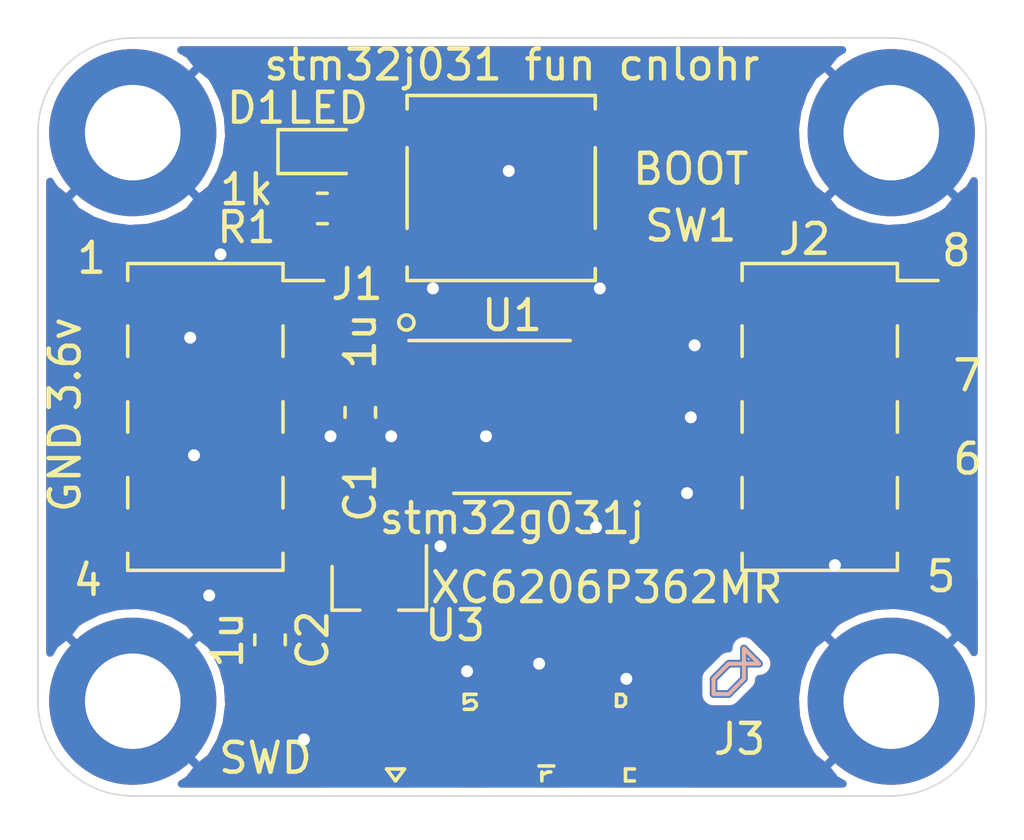
<source format=kicad_pcb>
(kicad_pcb (version 20171130) (host pcbnew 5.1.5+dfsg1-2build2)

  (general
    (thickness 1.6)
    (drawings 32)
    (tracks 153)
    (zones 0)
    (modules 14)
    (nets 11)
  )

  (page A4)
  (layers
    (0 F.Cu signal)
    (31 B.Cu signal)
    (32 B.Adhes user)
    (33 F.Adhes user)
    (34 B.Paste user)
    (35 F.Paste user)
    (36 B.SilkS user)
    (37 F.SilkS user)
    (38 B.Mask user)
    (39 F.Mask user)
    (40 Dwgs.User user)
    (41 Cmts.User user)
    (42 Eco1.User user)
    (43 Eco2.User user)
    (44 Edge.Cuts user)
    (45 Margin user)
    (46 B.CrtYd user)
    (47 F.CrtYd user)
    (48 B.Fab user)
    (49 F.Fab user)
  )

  (setup
    (last_trace_width 0.25)
    (trace_clearance 0.2)
    (zone_clearance 0.254)
    (zone_45_only no)
    (trace_min 0.2)
    (via_size 0.8)
    (via_drill 0.4)
    (via_min_size 0.4)
    (via_min_drill 0.3)
    (uvia_size 0.3)
    (uvia_drill 0.1)
    (uvias_allowed no)
    (uvia_min_size 0.2)
    (uvia_min_drill 0.1)
    (edge_width 0.05)
    (segment_width 0.2)
    (pcb_text_width 0.3)
    (pcb_text_size 1.5 1.5)
    (mod_edge_width 0.12)
    (mod_text_size 1 1)
    (mod_text_width 0.15)
    (pad_size 1.524 1.524)
    (pad_drill 0.762)
    (pad_to_mask_clearance 0.051)
    (solder_mask_min_width 0.25)
    (aux_axis_origin 0 0)
    (grid_origin 119.78 48.907499)
    (visible_elements FFFFFF7F)
    (pcbplotparams
      (layerselection 0x010fc_ffffffff)
      (usegerberextensions false)
      (usegerberattributes false)
      (usegerberadvancedattributes false)
      (creategerberjobfile false)
      (excludeedgelayer true)
      (linewidth 0.100000)
      (plotframeref false)
      (viasonmask false)
      (mode 1)
      (useauxorigin false)
      (hpglpennumber 1)
      (hpglpenspeed 20)
      (hpglpendiameter 15.000000)
      (psnegative false)
      (psa4output false)
      (plotreference true)
      (plotvalue true)
      (plotinvisibletext false)
      (padsonsilk false)
      (subtractmaskfromsilk false)
      (outputformat 1)
      (mirror false)
      (drillshape 1)
      (scaleselection 1)
      (outputdirectory ""))
  )

  (net 0 "")
  (net 1 GND)
  (net 2 VDD)
  (net 3 "Net-(D1-Pad1)")
  (net 4 SWC)
  (net 5 NRST)
  (net 6 "Net-(J1-Pad1)")
  (net 7 SWD)
  (net 8 "Net-(J2-Pad5)")
  (net 9 "Net-(J2-Pad7)")
  (net 10 +5V)

  (net_class Default "This is the default net class."
    (clearance 0.2)
    (trace_width 0.25)
    (via_dia 0.8)
    (via_drill 0.4)
    (uvia_dia 0.3)
    (uvia_drill 0.1)
    (add_net +5V)
    (add_net GND)
    (add_net NRST)
    (add_net "Net-(D1-Pad1)")
    (add_net "Net-(J1-Pad1)")
    (add_net "Net-(J2-Pad5)")
    (add_net "Net-(J2-Pad7)")
    (add_net SWC)
    (add_net SWD)
    (add_net VDD)
  )

  (module Button_Switch_SMD:SW_SPST_EVPBF (layer F.Cu) (tedit 5A02FC95) (tstamp 5F7CA982)
    (at 124.098 40.588999)
    (descr "Light Touch Switch")
    (path /5F7F6338)
    (attr smd)
    (fp_text reference SW1 (at 6.35 1.27) (layer F.SilkS)
      (effects (font (size 1 1) (thickness 0.15)))
    )
    (fp_text value BOOT (at 6.35 -0.635) (layer F.SilkS)
      (effects (font (size 1 1) (thickness 0.15)))
    )
    (fp_line (start -3.15 2.65) (end -3.15 3.1) (layer F.SilkS) (width 0.12))
    (fp_line (start -3.15 3.1) (end 3.15 3.1) (layer F.SilkS) (width 0.12))
    (fp_line (start 3.15 3.1) (end 3.15 2.7) (layer F.SilkS) (width 0.12))
    (fp_line (start -3.15 1.35) (end -3.15 -1.35) (layer F.SilkS) (width 0.12))
    (fp_line (start 3.15 -1.35) (end 3.15 1.35) (layer F.SilkS) (width 0.12))
    (fp_line (start -3.15 -3.1) (end 3.15 -3.1) (layer F.SilkS) (width 0.12))
    (fp_line (start 3.15 -3.1) (end 3.15 -2.65) (layer F.SilkS) (width 0.12))
    (fp_line (start -3.15 -2.65) (end -3.15 -3.1) (layer F.SilkS) (width 0.12))
    (fp_line (start -3 -3) (end 3 -3) (layer F.Fab) (width 0.15))
    (fp_line (start 3 -3) (end 3 3) (layer F.Fab) (width 0.15))
    (fp_line (start 3 3) (end -3 3) (layer F.Fab) (width 0.15))
    (fp_line (start -3 3) (end -3 -3) (layer F.Fab) (width 0.15))
    (fp_text user %R (at 1.905 0.635) (layer F.SilkS) hide
      (effects (font (size 1 1) (thickness 0.15)))
    )
    (fp_line (start -4.5 -3.25) (end 4.5 -3.25) (layer F.CrtYd) (width 0.05))
    (fp_line (start 4.5 -3.25) (end 4.5 3.25) (layer F.CrtYd) (width 0.05))
    (fp_line (start 4.5 3.25) (end -4.5 3.25) (layer F.CrtYd) (width 0.05))
    (fp_line (start -4.5 3.25) (end -4.5 -3.25) (layer F.CrtYd) (width 0.05))
    (fp_circle (center 0 0) (end 1.7 0) (layer F.Fab) (width 0.15))
    (pad 1 smd rect (at 2.88 -2) (size 2.75 1) (layers F.Cu F.Paste F.Mask)
      (net 4 SWC))
    (pad 1 smd rect (at -2.88 -2) (size 2.75 1) (layers F.Cu F.Paste F.Mask)
      (net 4 SWC))
    (pad 2 smd rect (at -2.88 2) (size 2.75 1) (layers F.Cu F.Paste F.Mask)
      (net 2 VDD))
    (pad 2 smd rect (at 2.88 2) (size 2.75 1) (layers F.Cu F.Paste F.Mask)
      (net 2 VDD))
    (model ${KISYS3DMOD}/Button_Switch_SMD.3dshapes/SW_SPST_EVPBF.wrl
      (at (xyz 0 0 0))
      (scale (xyz 1 1 1))
      (rotate (xyz 0 0 0))
    )
  )

  (module Capacitor_SMD:C_0603_1608Metric (layer F.Cu) (tedit 5B301BBE) (tstamp 5F7C6069)
    (at 119.38 48.107499 270)
    (descr "Capacitor SMD 0603 (1608 Metric), square (rectangular) end terminal, IPC_7351 nominal, (Body size source: http://www.tortai-tech.com/upload/download/2011102023233369053.pdf), generated with kicad-footprint-generator")
    (tags capacitor)
    (path /5F809919)
    (attr smd)
    (fp_text reference C1 (at 2.692501 0 90) (layer F.SilkS)
      (effects (font (size 1 1) (thickness 0.15)))
    )
    (fp_text value 1u (at -2.387499 0 90) (layer F.SilkS)
      (effects (font (size 1 1) (thickness 0.15)))
    )
    (fp_text user %R (at 0 0 90) (layer F.Fab)
      (effects (font (size 1 1) (thickness 0.15)))
    )
    (fp_line (start 1.48 0.73) (end -1.48 0.73) (layer F.CrtYd) (width 0.05))
    (fp_line (start 1.48 -0.73) (end 1.48 0.73) (layer F.CrtYd) (width 0.05))
    (fp_line (start -1.48 -0.73) (end 1.48 -0.73) (layer F.CrtYd) (width 0.05))
    (fp_line (start -1.48 0.73) (end -1.48 -0.73) (layer F.CrtYd) (width 0.05))
    (fp_line (start -0.162779 0.51) (end 0.162779 0.51) (layer F.SilkS) (width 0.12))
    (fp_line (start -0.162779 -0.51) (end 0.162779 -0.51) (layer F.SilkS) (width 0.12))
    (fp_line (start 0.8 0.4) (end -0.8 0.4) (layer F.Fab) (width 0.15))
    (fp_line (start 0.8 -0.4) (end 0.8 0.4) (layer F.Fab) (width 0.15))
    (fp_line (start -0.8 -0.4) (end 0.8 -0.4) (layer F.Fab) (width 0.15))
    (fp_line (start -0.8 0.4) (end -0.8 -0.4) (layer F.Fab) (width 0.15))
    (pad 2 smd roundrect (at 0.7875 0 270) (size 0.875 0.95) (layers F.Cu F.Paste F.Mask) (roundrect_rratio 0.25)
      (net 1 GND))
    (pad 1 smd roundrect (at -0.7875 0 270) (size 0.875 0.95) (layers F.Cu F.Paste F.Mask) (roundrect_rratio 0.25)
      (net 2 VDD))
    (model ${KISYS3DMOD}/Capacitor_SMD.3dshapes/C_0603_1608Metric.wrl
      (at (xyz 0 0 0))
      (scale (xyz 1 1 1))
      (rotate (xyz 0 0 0))
    )
  )

  (module Capacitor_SMD:C_0603_1608Metric (layer F.Cu) (tedit 5B301BBE) (tstamp 5F7C607A)
    (at 116.3575 55.727499 270)
    (descr "Capacitor SMD 0603 (1608 Metric), square (rectangular) end terminal, IPC_7351 nominal, (Body size source: http://www.tortai-tech.com/upload/download/2011102023233369053.pdf), generated with kicad-footprint-generator")
    (tags capacitor)
    (path /5F7EA193)
    (attr smd)
    (fp_text reference C2 (at 0 -1.43 90) (layer F.SilkS)
      (effects (font (size 1 1) (thickness 0.15)))
    )
    (fp_text value 1u (at 0 1.43 90) (layer F.SilkS)
      (effects (font (size 1 1) (thickness 0.15)))
    )
    (fp_line (start -0.8 0.4) (end -0.8 -0.4) (layer F.Fab) (width 0.15))
    (fp_line (start -0.8 -0.4) (end 0.8 -0.4) (layer F.Fab) (width 0.15))
    (fp_line (start 0.8 -0.4) (end 0.8 0.4) (layer F.Fab) (width 0.15))
    (fp_line (start 0.8 0.4) (end -0.8 0.4) (layer F.Fab) (width 0.15))
    (fp_line (start -0.162779 -0.51) (end 0.162779 -0.51) (layer F.SilkS) (width 0.12))
    (fp_line (start -0.162779 0.51) (end 0.162779 0.51) (layer F.SilkS) (width 0.12))
    (fp_line (start -1.48 0.73) (end -1.48 -0.73) (layer F.CrtYd) (width 0.05))
    (fp_line (start -1.48 -0.73) (end 1.48 -0.73) (layer F.CrtYd) (width 0.05))
    (fp_line (start 1.48 -0.73) (end 1.48 0.73) (layer F.CrtYd) (width 0.05))
    (fp_line (start 1.48 0.73) (end -1.48 0.73) (layer F.CrtYd) (width 0.05))
    (fp_text user %R (at 0 0 90) (layer F.Fab)
      (effects (font (size 1 1) (thickness 0.15)))
    )
    (pad 1 smd roundrect (at -0.7875 0 270) (size 0.875 0.95) (layers F.Cu F.Paste F.Mask) (roundrect_rratio 0.25)
      (net 10 +5V))
    (pad 2 smd roundrect (at 0.7875 0 270) (size 0.875 0.95) (layers F.Cu F.Paste F.Mask) (roundrect_rratio 0.25)
      (net 1 GND))
    (model ${KISYS3DMOD}/Capacitor_SMD.3dshapes/C_0603_1608Metric.wrl
      (at (xyz 0 0 0))
      (scale (xyz 1 1 1))
      (rotate (xyz 0 0 0))
    )
  )

  (module LED_SMD:LED_0603_1608Metric (layer F.Cu) (tedit 5B301BBE) (tstamp 5F7C9752)
    (at 118.11 39.37)
    (descr "LED SMD 0603 (1608 Metric), square (rectangular) end terminal, IPC_7351 nominal, (Body size source: http://www.tortai-tech.com/upload/download/2011102023233369053.pdf), generated with kicad-footprint-generator")
    (tags diode)
    (path /5F804C82)
    (attr smd)
    (fp_text reference D1 (at -2.2162 -1.460701 180) (layer F.SilkS)
      (effects (font (size 1 1) (thickness 0.15)))
    )
    (fp_text value LED (at 0.1714 -1.460701) (layer F.SilkS)
      (effects (font (size 1 1) (thickness 0.15)))
    )
    (fp_line (start 0.8 -0.4) (end -0.5 -0.4) (layer F.Fab) (width 0.15))
    (fp_line (start -0.5 -0.4) (end -0.8 -0.1) (layer F.Fab) (width 0.15))
    (fp_line (start -0.8 -0.1) (end -0.8 0.4) (layer F.Fab) (width 0.15))
    (fp_line (start -0.8 0.4) (end 0.8 0.4) (layer F.Fab) (width 0.15))
    (fp_line (start 0.8 0.4) (end 0.8 -0.4) (layer F.Fab) (width 0.15))
    (fp_line (start 0.8 -0.735) (end -1.485 -0.735) (layer F.SilkS) (width 0.12))
    (fp_line (start -1.485 -0.735) (end -1.485 0.735) (layer F.SilkS) (width 0.12))
    (fp_line (start -1.485 0.735) (end 0.8 0.735) (layer F.SilkS) (width 0.12))
    (fp_line (start -1.48 0.73) (end -1.48 -0.73) (layer F.CrtYd) (width 0.05))
    (fp_line (start -1.48 -0.73) (end 1.48 -0.73) (layer F.CrtYd) (width 0.05))
    (fp_line (start 1.48 -0.73) (end 1.48 0.73) (layer F.CrtYd) (width 0.05))
    (fp_line (start 1.48 0.73) (end -1.48 0.73) (layer F.CrtYd) (width 0.05))
    (fp_text user %R (at 0 0) (layer F.Fab)
      (effects (font (size 1 1) (thickness 0.15)))
    )
    (pad 1 smd roundrect (at -0.7875 0) (size 0.875 0.95) (layers F.Cu F.Paste F.Mask) (roundrect_rratio 0.25)
      (net 3 "Net-(D1-Pad1)"))
    (pad 2 smd roundrect (at 0.7875 0) (size 0.875 0.95) (layers F.Cu F.Paste F.Mask) (roundrect_rratio 0.25)
      (net 4 SWC))
    (model ${KISYS3DMOD}/LED_SMD.3dshapes/LED_0603_1608Metric.wrl
      (at (xyz 0 0 0))
      (scale (xyz 1 1 1))
      (rotate (xyz 0 0 0))
    )
  )

  (module Connector_PinSocket_2.54mm:PinSocket_2x04_P2.54mm_Vertical_SMD (layer F.Cu) (tedit 5A19A42A) (tstamp 5F7CAD1A)
    (at 114.192 48.26)
    (descr "surface-mounted straight socket strip, 2x04, 2.54mm pitch, double cols (from Kicad 4.0.7), script generated")
    (tags "Surface mounted socket strip SMD 2x04 2.54mm double row")
    (path /5F7E1D3F)
    (attr smd)
    (fp_text reference J1 (at 5.08 -4.445) (layer F.SilkS)
      (effects (font (size 1 1) (thickness 0.15)))
    )
    (fp_text value ~ (at 0 6.58) (layer F.Fab)
      (effects (font (size 1 1) (thickness 0.15)))
    )
    (fp_text user %R (at 0 0 90) (layer F.Fab)
      (effects (font (size 1 1) (thickness 0.15)))
    )
    (fp_line (start -4.55 5.6) (end -4.55 -5.6) (layer F.CrtYd) (width 0.05))
    (fp_line (start 4.5 5.6) (end -4.55 5.6) (layer F.CrtYd) (width 0.05))
    (fp_line (start 4.5 -5.6) (end 4.5 5.6) (layer F.CrtYd) (width 0.05))
    (fp_line (start -4.55 -5.6) (end 4.5 -5.6) (layer F.CrtYd) (width 0.05))
    (fp_line (start 3.92 4.13) (end 2.54 4.13) (layer F.Fab) (width 0.15))
    (fp_line (start 3.92 3.49) (end 3.92 4.13) (layer F.Fab) (width 0.15))
    (fp_line (start 2.54 3.49) (end 3.92 3.49) (layer F.Fab) (width 0.15))
    (fp_line (start -3.92 4.13) (end -3.92 3.49) (layer F.Fab) (width 0.15))
    (fp_line (start -2.54 4.13) (end -3.92 4.13) (layer F.Fab) (width 0.15))
    (fp_line (start -3.92 3.49) (end -2.54 3.49) (layer F.Fab) (width 0.15))
    (fp_line (start 3.92 1.59) (end 2.54 1.59) (layer F.Fab) (width 0.15))
    (fp_line (start 3.92 0.95) (end 3.92 1.59) (layer F.Fab) (width 0.15))
    (fp_line (start 2.54 0.95) (end 3.92 0.95) (layer F.Fab) (width 0.15))
    (fp_line (start -3.92 1.59) (end -3.92 0.95) (layer F.Fab) (width 0.15))
    (fp_line (start -2.54 1.59) (end -3.92 1.59) (layer F.Fab) (width 0.15))
    (fp_line (start -3.92 0.95) (end -2.54 0.95) (layer F.Fab) (width 0.15))
    (fp_line (start 3.92 -0.95) (end 2.54 -0.95) (layer F.Fab) (width 0.15))
    (fp_line (start 3.92 -1.59) (end 3.92 -0.95) (layer F.Fab) (width 0.15))
    (fp_line (start 2.54 -1.59) (end 3.92 -1.59) (layer F.Fab) (width 0.15))
    (fp_line (start -3.92 -0.95) (end -3.92 -1.59) (layer F.Fab) (width 0.15))
    (fp_line (start -2.54 -0.95) (end -3.92 -0.95) (layer F.Fab) (width 0.15))
    (fp_line (start -3.92 -1.59) (end -2.54 -1.59) (layer F.Fab) (width 0.15))
    (fp_line (start 3.92 -3.49) (end 2.54 -3.49) (layer F.Fab) (width 0.15))
    (fp_line (start 3.92 -4.13) (end 3.92 -3.49) (layer F.Fab) (width 0.15))
    (fp_line (start 2.54 -4.13) (end 3.92 -4.13) (layer F.Fab) (width 0.15))
    (fp_line (start -3.92 -3.49) (end -3.92 -4.13) (layer F.Fab) (width 0.15))
    (fp_line (start -2.54 -3.49) (end -3.92 -3.49) (layer F.Fab) (width 0.15))
    (fp_line (start -3.92 -4.13) (end -2.54 -4.13) (layer F.Fab) (width 0.15))
    (fp_line (start -2.54 5.08) (end -2.54 -5.08) (layer F.Fab) (width 0.15))
    (fp_line (start 2.54 5.08) (end -2.54 5.08) (layer F.Fab) (width 0.15))
    (fp_line (start 2.54 -4.08) (end 2.54 5.08) (layer F.Fab) (width 0.15))
    (fp_line (start 1.54 -5.08) (end 2.54 -4.08) (layer F.Fab) (width 0.15))
    (fp_line (start -2.54 -5.08) (end 1.54 -5.08) (layer F.Fab) (width 0.15))
    (fp_line (start 2.6 -4.57) (end 3.96 -4.57) (layer F.SilkS) (width 0.12))
    (fp_line (start -2.6 4.57) (end -2.6 5.14) (layer F.SilkS) (width 0.12))
    (fp_line (start -2.6 2.03) (end -2.6 3.05) (layer F.SilkS) (width 0.12))
    (fp_line (start -2.6 -0.51) (end -2.6 0.51) (layer F.SilkS) (width 0.12))
    (fp_line (start -2.6 -3.05) (end -2.6 -2.03) (layer F.SilkS) (width 0.12))
    (fp_line (start -2.6 -5.14) (end -2.6 -4.57) (layer F.SilkS) (width 0.12))
    (fp_line (start -2.6 5.14) (end 2.6 5.14) (layer F.SilkS) (width 0.12))
    (fp_line (start 2.6 4.57) (end 2.6 5.14) (layer F.SilkS) (width 0.12))
    (fp_line (start 2.6 2.03) (end 2.6 3.05) (layer F.SilkS) (width 0.12))
    (fp_line (start 2.6 -0.51) (end 2.6 0.51) (layer F.SilkS) (width 0.12))
    (fp_line (start 2.6 -3.05) (end 2.6 -2.03) (layer F.SilkS) (width 0.12))
    (fp_line (start 2.6 -5.14) (end 2.6 -4.57) (layer F.SilkS) (width 0.12))
    (fp_line (start -2.6 -5.14) (end 2.6 -5.14) (layer F.SilkS) (width 0.12))
    (pad 8 smd rect (at -2.52 3.81) (size 3 1) (layers F.Cu F.Paste F.Mask)
      (net 5 NRST))
    (pad 7 smd rect (at 2.52 3.81) (size 3 1) (layers F.Cu F.Paste F.Mask)
      (net 5 NRST))
    (pad 6 smd rect (at -2.52 1.27) (size 3 1) (layers F.Cu F.Paste F.Mask)
      (net 1 GND))
    (pad 5 smd rect (at 2.52 1.27) (size 3 1) (layers F.Cu F.Paste F.Mask)
      (net 1 GND))
    (pad 4 smd rect (at -2.52 -1.27) (size 3 1) (layers F.Cu F.Paste F.Mask)
      (net 2 VDD))
    (pad 3 smd rect (at 2.52 -1.27) (size 3 1) (layers F.Cu F.Paste F.Mask)
      (net 2 VDD))
    (pad 2 smd rect (at -2.52 -3.81) (size 3 1) (layers F.Cu F.Paste F.Mask)
      (net 6 "Net-(J1-Pad1)"))
    (pad 1 smd rect (at 2.52 -3.81) (size 3 1) (layers F.Cu F.Paste F.Mask)
      (net 6 "Net-(J1-Pad1)"))
    (model ${KISYS3DMOD}/Connector_PinSocket_2.54mm.3dshapes/PinSocket_2x04_P2.54mm_Vertical_SMD.wrl
      (at (xyz 0 0 0))
      (scale (xyz 1 1 1))
      (rotate (xyz 0 0 0))
    )
  )

  (module Connector_PinSocket_2.54mm:PinSocket_2x04_P2.54mm_Vertical_SMD (layer F.Cu) (tedit 5A19A42A) (tstamp 5F7C6103)
    (at 134.766 48.26)
    (descr "surface-mounted straight socket strip, 2x04, 2.54mm pitch, double cols (from Kicad 4.0.7), script generated")
    (tags "Surface mounted socket strip SMD 2x04 2.54mm double row")
    (path /5F7DD292)
    (attr smd)
    (fp_text reference J2 (at -0.508 -5.956501) (layer F.SilkS)
      (effects (font (size 1 1) (thickness 0.15)))
    )
    (fp_text value ~ (at 0 6.58) (layer F.Fab)
      (effects (font (size 1 1) (thickness 0.15)))
    )
    (fp_line (start -2.6 -5.14) (end 2.6 -5.14) (layer F.SilkS) (width 0.12))
    (fp_line (start 2.6 -5.14) (end 2.6 -4.57) (layer F.SilkS) (width 0.12))
    (fp_line (start 2.6 -3.05) (end 2.6 -2.03) (layer F.SilkS) (width 0.12))
    (fp_line (start 2.6 -0.51) (end 2.6 0.51) (layer F.SilkS) (width 0.12))
    (fp_line (start 2.6 2.03) (end 2.6 3.05) (layer F.SilkS) (width 0.12))
    (fp_line (start 2.6 4.57) (end 2.6 5.14) (layer F.SilkS) (width 0.12))
    (fp_line (start -2.6 5.14) (end 2.6 5.14) (layer F.SilkS) (width 0.12))
    (fp_line (start -2.6 -5.14) (end -2.6 -4.57) (layer F.SilkS) (width 0.12))
    (fp_line (start -2.6 -3.05) (end -2.6 -2.03) (layer F.SilkS) (width 0.12))
    (fp_line (start -2.6 -0.51) (end -2.6 0.51) (layer F.SilkS) (width 0.12))
    (fp_line (start -2.6 2.03) (end -2.6 3.05) (layer F.SilkS) (width 0.12))
    (fp_line (start -2.6 4.57) (end -2.6 5.14) (layer F.SilkS) (width 0.12))
    (fp_line (start 2.6 -4.57) (end 3.96 -4.57) (layer F.SilkS) (width 0.12))
    (fp_line (start -2.54 -5.08) (end 1.54 -5.08) (layer F.Fab) (width 0.15))
    (fp_line (start 1.54 -5.08) (end 2.54 -4.08) (layer F.Fab) (width 0.15))
    (fp_line (start 2.54 -4.08) (end 2.54 5.08) (layer F.Fab) (width 0.15))
    (fp_line (start 2.54 5.08) (end -2.54 5.08) (layer F.Fab) (width 0.15))
    (fp_line (start -2.54 5.08) (end -2.54 -5.08) (layer F.Fab) (width 0.15))
    (fp_line (start -3.92 -4.13) (end -2.54 -4.13) (layer F.Fab) (width 0.15))
    (fp_line (start -2.54 -3.49) (end -3.92 -3.49) (layer F.Fab) (width 0.15))
    (fp_line (start -3.92 -3.49) (end -3.92 -4.13) (layer F.Fab) (width 0.15))
    (fp_line (start 2.54 -4.13) (end 3.92 -4.13) (layer F.Fab) (width 0.15))
    (fp_line (start 3.92 -4.13) (end 3.92 -3.49) (layer F.Fab) (width 0.15))
    (fp_line (start 3.92 -3.49) (end 2.54 -3.49) (layer F.Fab) (width 0.15))
    (fp_line (start -3.92 -1.59) (end -2.54 -1.59) (layer F.Fab) (width 0.15))
    (fp_line (start -2.54 -0.95) (end -3.92 -0.95) (layer F.Fab) (width 0.15))
    (fp_line (start -3.92 -0.95) (end -3.92 -1.59) (layer F.Fab) (width 0.15))
    (fp_line (start 2.54 -1.59) (end 3.92 -1.59) (layer F.Fab) (width 0.15))
    (fp_line (start 3.92 -1.59) (end 3.92 -0.95) (layer F.Fab) (width 0.15))
    (fp_line (start 3.92 -0.95) (end 2.54 -0.95) (layer F.Fab) (width 0.15))
    (fp_line (start -3.92 0.95) (end -2.54 0.95) (layer F.Fab) (width 0.15))
    (fp_line (start -2.54 1.59) (end -3.92 1.59) (layer F.Fab) (width 0.15))
    (fp_line (start -3.92 1.59) (end -3.92 0.95) (layer F.Fab) (width 0.15))
    (fp_line (start 2.54 0.95) (end 3.92 0.95) (layer F.Fab) (width 0.15))
    (fp_line (start 3.92 0.95) (end 3.92 1.59) (layer F.Fab) (width 0.15))
    (fp_line (start 3.92 1.59) (end 2.54 1.59) (layer F.Fab) (width 0.15))
    (fp_line (start -3.92 3.49) (end -2.54 3.49) (layer F.Fab) (width 0.15))
    (fp_line (start -2.54 4.13) (end -3.92 4.13) (layer F.Fab) (width 0.15))
    (fp_line (start -3.92 4.13) (end -3.92 3.49) (layer F.Fab) (width 0.15))
    (fp_line (start 2.54 3.49) (end 3.92 3.49) (layer F.Fab) (width 0.15))
    (fp_line (start 3.92 3.49) (end 3.92 4.13) (layer F.Fab) (width 0.15))
    (fp_line (start 3.92 4.13) (end 2.54 4.13) (layer F.Fab) (width 0.15))
    (fp_line (start -4.55 -5.6) (end 4.5 -5.6) (layer F.CrtYd) (width 0.05))
    (fp_line (start 4.5 -5.6) (end 4.5 5.6) (layer F.CrtYd) (width 0.05))
    (fp_line (start 4.5 5.6) (end -4.55 5.6) (layer F.CrtYd) (width 0.05))
    (fp_line (start -4.55 5.6) (end -4.55 -5.6) (layer F.CrtYd) (width 0.05))
    (fp_text user %R (at 0 0 90) (layer F.Fab)
      (effects (font (size 1 1) (thickness 0.15)))
    )
    (pad 1 smd rect (at 2.52 -3.81) (size 3 1) (layers F.Cu F.Paste F.Mask)
      (net 4 SWC))
    (pad 2 smd rect (at -2.52 -3.81) (size 3 1) (layers F.Cu F.Paste F.Mask)
      (net 4 SWC))
    (pad 3 smd rect (at 2.52 -1.27) (size 3 1) (layers F.Cu F.Paste F.Mask)
      (net 7 SWD))
    (pad 4 smd rect (at -2.52 -1.27) (size 3 1) (layers F.Cu F.Paste F.Mask)
      (net 7 SWD))
    (pad 5 smd rect (at 2.52 1.27) (size 3 1) (layers F.Cu F.Paste F.Mask)
      (net 8 "Net-(J2-Pad5)"))
    (pad 6 smd rect (at -2.52 1.27) (size 3 1) (layers F.Cu F.Paste F.Mask)
      (net 8 "Net-(J2-Pad5)"))
    (pad 7 smd rect (at 2.52 3.81) (size 3 1) (layers F.Cu F.Paste F.Mask)
      (net 9 "Net-(J2-Pad7)"))
    (pad 8 smd rect (at -2.52 3.81) (size 3 1) (layers F.Cu F.Paste F.Mask)
      (net 9 "Net-(J2-Pad7)"))
    (model ${KISYS3DMOD}/Connector_PinSocket_2.54mm.3dshapes/PinSocket_2x04_P2.54mm_Vertical_SMD.wrl
      (at (xyz 0 0 0))
      (scale (xyz 1 1 1))
      (rotate (xyz 0 0 0))
    )
  )

  (module Resistor_SMD:R_0603_1608Metric (layer F.Cu) (tedit 5B301BBD) (tstamp 5F7C6114)
    (at 118.11 41.275)
    (descr "Resistor SMD 0603 (1608 Metric), square (rectangular) end terminal, IPC_7351 nominal, (Body size source: http://www.tortai-tech.com/upload/download/2011102023233369053.pdf), generated with kicad-footprint-generator")
    (tags resistor)
    (path /5F806496)
    (attr smd)
    (fp_text reference R1 (at -2.54 0.635) (layer F.SilkS)
      (effects (font (size 1 1) (thickness 0.15)))
    )
    (fp_text value 1k (at -2.54 -0.635) (layer F.SilkS)
      (effects (font (size 1 1) (thickness 0.15)))
    )
    (fp_line (start -0.8 0.4) (end -0.8 -0.4) (layer F.Fab) (width 0.15))
    (fp_line (start -0.8 -0.4) (end 0.8 -0.4) (layer F.Fab) (width 0.15))
    (fp_line (start 0.8 -0.4) (end 0.8 0.4) (layer F.Fab) (width 0.15))
    (fp_line (start 0.8 0.4) (end -0.8 0.4) (layer F.Fab) (width 0.15))
    (fp_line (start -0.162779 -0.51) (end 0.162779 -0.51) (layer F.SilkS) (width 0.12))
    (fp_line (start -0.162779 0.51) (end 0.162779 0.51) (layer F.SilkS) (width 0.12))
    (fp_line (start -1.48 0.73) (end -1.48 -0.73) (layer F.CrtYd) (width 0.05))
    (fp_line (start -1.48 -0.73) (end 1.48 -0.73) (layer F.CrtYd) (width 0.05))
    (fp_line (start 1.48 -0.73) (end 1.48 0.73) (layer F.CrtYd) (width 0.05))
    (fp_line (start 1.48 0.73) (end -1.48 0.73) (layer F.CrtYd) (width 0.05))
    (fp_text user %R (at 0 0) (layer F.Fab)
      (effects (font (size 1 1) (thickness 0.15)))
    )
    (pad 1 smd roundrect (at -0.7875 0) (size 0.875 0.95) (layers F.Cu F.Paste F.Mask) (roundrect_rratio 0.25)
      (net 3 "Net-(D1-Pad1)"))
    (pad 2 smd roundrect (at 0.7875 0) (size 0.875 0.95) (layers F.Cu F.Paste F.Mask) (roundrect_rratio 0.25)
      (net 1 GND))
    (model ${KISYS3DMOD}/Resistor_SMD.3dshapes/R_0603_1608Metric.wrl
      (at (xyz 0 0 0))
      (scale (xyz 1 1 1))
      (rotate (xyz 0 0 0))
    )
  )

  (module cnlohr-kicad:POGO-5-SWD (layer F.Cu) (tedit 5F1BC05F) (tstamp 5F7C9ED0)
    (at 124.46 59.055)
    (path /5F7E6B72)
    (fp_text reference J3 (at 7.62 0) (layer F.SilkS)
      (effects (font (size 1 1) (thickness 0.15)))
    )
    (fp_text value SWD (at -8.255 0.635) (layer F.SilkS)
      (effects (font (size 1 1) (thickness 0.15)))
    )
    (fp_line (start 6 1.7) (end 6 -1.7) (layer F.CrtYd) (width 0.05))
    (fp_line (start -6.1 1.7) (end 6 1.7) (layer F.CrtYd) (width 0.05))
    (fp_line (start -6.1 -1.7) (end -6.1 1.7) (layer F.CrtYd) (width 0.05))
    (fp_line (start 6 -1.7) (end -6.1 -1.7) (layer F.CrtYd) (width 0.05))
    (fp_line (start 3.8 1.4) (end 4.1 1.4) (layer F.SilkS) (width 0.12))
    (fp_line (start 3.8 1) (end 3.8 1.4) (layer F.SilkS) (width 0.12))
    (fp_line (start 4.1 1) (end 3.8 1) (layer F.SilkS) (width 0.12))
    (fp_line (start 3.7 -1.5) (end 3.5 -1.5) (layer F.SilkS) (width 0.12))
    (fp_line (start 3.8 -1.4) (end 3.7 -1.5) (layer F.SilkS) (width 0.12))
    (fp_line (start 3.8 -1.2) (end 3.8 -1.4) (layer F.SilkS) (width 0.12))
    (fp_line (start 3.7 -1.1) (end 3.8 -1.2) (layer F.SilkS) (width 0.12))
    (fp_line (start 3.5 -1.1) (end 3.7 -1.1) (layer F.SilkS) (width 0.12))
    (fp_line (start 3.5 -1.5) (end 3.5 -1.1) (layer F.SilkS) (width 0.12))
    (fp_line (start 1.3 0.9) (end 1.4 0.9) (layer F.SilkS) (width 0.12))
    (fp_line (start 1.2 1.1) (end 1.3 1.1) (layer F.SilkS) (width 0.12))
    (fp_line (start 1 1.2) (end 1.2 1.1) (layer F.SilkS) (width 0.12))
    (fp_line (start 1 1.4) (end 1 1.1) (layer F.SilkS) (width 0.12))
    (fp_line (start 0.9 0.9) (end 1.3 0.9) (layer F.SilkS) (width 0.12))
    (fp_line (start -1.6 -1) (end -1.5 -1) (layer F.SilkS) (width 0.12))
    (fp_line (start -1.4 -1) (end -1.5 -1) (layer F.SilkS) (width 0.12))
    (fp_line (start -1.3 -1) (end -1.4 -1) (layer F.SilkS) (width 0.12))
    (fp_line (start -1.2 -1.1) (end -1.3 -1) (layer F.SilkS) (width 0.12))
    (fp_line (start -1.2 -1.2) (end -1.2 -1.1) (layer F.SilkS) (width 0.12))
    (fp_line (start -1.3 -1.3) (end -1.2 -1.2) (layer F.SilkS) (width 0.12))
    (fp_line (start -1.4 -1.3) (end -1.3 -1.3) (layer F.SilkS) (width 0.12))
    (fp_line (start -1.6 -1.2) (end -1.4 -1.3) (layer F.SilkS) (width 0.12))
    (fp_line (start -1.6 -1.3) (end -1.6 -1.2) (layer F.SilkS) (width 0.12))
    (fp_line (start -1.6 -1.5) (end -1.6 -1.3) (layer F.SilkS) (width 0.12))
    (fp_line (start -1.6 -1.5) (end -1.2 -1.5) (layer F.SilkS) (width 0.12))
    (fp_line (start -3.6 1) (end -3.7 1) (layer F.SilkS) (width 0.12))
    (fp_line (start -3.9 1.4) (end -3.6 1) (layer F.SilkS) (width 0.12))
    (fp_line (start -4.2 1) (end -3.9 1.4) (layer F.SilkS) (width 0.12))
    (fp_line (start -3.7 1) (end -4.2 1) (layer F.SilkS) (width 0.12))
    (pad 1 smd roundrect (at -5.08 0) (size 1.6 3) (layers F.Cu F.Mask) (roundrect_rratio 0.1)
      (net 1 GND))
    (pad 2 smd oval (at -2.54 0) (size 1.6 3) (layers F.Cu F.Mask)
      (net 10 +5V))
    (pad 3 smd oval (at 0 0) (size 1.6 3) (layers F.Cu F.Mask)
      (net 5 NRST))
    (pad 4 smd oval (at 2.54 0) (size 1.6 3) (layers F.Cu F.Mask)
      (net 7 SWD))
    (pad 5 smd oval (at 5.08 0) (size 1.6 3) (layers F.Cu F.Mask)
      (net 4 SWC))
  )

  (module Package_SO:SOIC-8_3.9x4.9mm_P1.27mm (layer F.Cu) (tedit 5D9F72B1) (tstamp 5F7C98DA)
    (at 124.46 48.26)
    (descr "SOIC, 8 Pin (JEDEC MS-012AA, https://www.analog.com/media/en/package-pcb-resources/package/pkg_pdf/soic_narrow-r/r_8.pdf), generated with kicad-footprint-generator ipc_gullwing_generator.py")
    (tags "SOIC SO")
    (path /5F7D9121)
    (attr smd)
    (fp_text reference U1 (at 0 -3.4) (layer F.SilkS)
      (effects (font (size 1 1) (thickness 0.15)))
    )
    (fp_text value stm32g031j (at 0 3.4) (layer F.SilkS)
      (effects (font (size 1 1) (thickness 0.15)))
    )
    (fp_line (start 0 2.56) (end 1.95 2.56) (layer F.SilkS) (width 0.12))
    (fp_line (start 0 2.56) (end -1.95 2.56) (layer F.SilkS) (width 0.12))
    (fp_line (start 0 -2.56) (end 1.95 -2.56) (layer F.SilkS) (width 0.12))
    (fp_line (start 0 -2.56) (end -3.45 -2.56) (layer F.SilkS) (width 0.12))
    (fp_line (start -0.975 -2.45) (end 1.95 -2.45) (layer F.Fab) (width 0.15))
    (fp_line (start 1.95 -2.45) (end 1.95 2.45) (layer F.Fab) (width 0.15))
    (fp_line (start 1.95 2.45) (end -1.95 2.45) (layer F.Fab) (width 0.15))
    (fp_line (start -1.95 2.45) (end -1.95 -1.475) (layer F.Fab) (width 0.15))
    (fp_line (start -1.95 -1.475) (end -0.975 -2.45) (layer F.Fab) (width 0.15))
    (fp_line (start -3.7 -2.7) (end -3.7 2.7) (layer F.CrtYd) (width 0.05))
    (fp_line (start -3.7 2.7) (end 3.7 2.7) (layer F.CrtYd) (width 0.05))
    (fp_line (start 3.7 2.7) (end 3.7 -2.7) (layer F.CrtYd) (width 0.05))
    (fp_line (start 3.7 -2.7) (end -3.7 -2.7) (layer F.CrtYd) (width 0.05))
    (fp_text user %R (at 0 0) (layer F.Fab)
      (effects (font (size 1 1) (thickness 0.15)))
    )
    (pad 1 smd roundrect (at -2.475 -1.905) (size 1.95 0.6) (layers F.Cu F.Paste F.Mask) (roundrect_rratio 0.25)
      (net 6 "Net-(J1-Pad1)"))
    (pad 2 smd roundrect (at -2.475 -0.635) (size 1.95 0.6) (layers F.Cu F.Paste F.Mask) (roundrect_rratio 0.25)
      (net 2 VDD))
    (pad 3 smd roundrect (at -2.475 0.635) (size 1.95 0.6) (layers F.Cu F.Paste F.Mask) (roundrect_rratio 0.25)
      (net 1 GND))
    (pad 4 smd roundrect (at -2.475 1.905) (size 1.95 0.6) (layers F.Cu F.Paste F.Mask) (roundrect_rratio 0.25)
      (net 5 NRST))
    (pad 5 smd roundrect (at 2.475 1.905) (size 1.95 0.6) (layers F.Cu F.Paste F.Mask) (roundrect_rratio 0.25)
      (net 9 "Net-(J2-Pad7)"))
    (pad 6 smd roundrect (at 2.475 0.635) (size 1.95 0.6) (layers F.Cu F.Paste F.Mask) (roundrect_rratio 0.25)
      (net 8 "Net-(J2-Pad5)"))
    (pad 7 smd roundrect (at 2.475 -0.635) (size 1.95 0.6) (layers F.Cu F.Paste F.Mask) (roundrect_rratio 0.25)
      (net 7 SWD))
    (pad 8 smd roundrect (at 2.475 -1.905) (size 1.95 0.6) (layers F.Cu F.Paste F.Mask) (roundrect_rratio 0.25)
      (net 4 SWC))
    (model ${KISYS3DMOD}/Package_SO.3dshapes/SOIC-8_3.9x4.9mm_P1.27mm.wrl
      (at (xyz 0 0 0))
      (scale (xyz 1 1 1))
      (rotate (xyz 0 0 0))
    )
  )

  (module Package_TO_SOT_SMD:SOT-23 (layer F.Cu) (tedit 5A02FF57) (tstamp 5F7C671B)
    (at 120.015 53.975 270)
    (descr "SOT-23, Standard")
    (tags SOT-23)
    (path /5F7E3549)
    (attr smd)
    (fp_text reference U3 (at 1.27 -2.54 180) (layer F.SilkS)
      (effects (font (size 1 1) (thickness 0.15)))
    )
    (fp_text value XC6206P362MR (at 0 -7.62 180) (layer F.SilkS)
      (effects (font (size 1 1) (thickness 0.15)))
    )
    (fp_text user %R (at 0 0) (layer F.Fab)
      (effects (font (size 1 1) (thickness 0.15)))
    )
    (fp_line (start -0.7 -0.95) (end -0.7 1.5) (layer F.Fab) (width 0.15))
    (fp_line (start -0.15 -1.52) (end 0.7 -1.52) (layer F.Fab) (width 0.15))
    (fp_line (start -0.7 -0.95) (end -0.15 -1.52) (layer F.Fab) (width 0.15))
    (fp_line (start 0.7 -1.52) (end 0.7 1.52) (layer F.Fab) (width 0.15))
    (fp_line (start -0.7 1.52) (end 0.7 1.52) (layer F.Fab) (width 0.15))
    (fp_line (start 0.76 1.58) (end 0.76 0.65) (layer F.SilkS) (width 0.12))
    (fp_line (start 0.76 -1.58) (end 0.76 -0.65) (layer F.SilkS) (width 0.12))
    (fp_line (start -1.7 -1.75) (end 1.7 -1.75) (layer F.CrtYd) (width 0.05))
    (fp_line (start 1.7 -1.75) (end 1.7 1.75) (layer F.CrtYd) (width 0.05))
    (fp_line (start 1.7 1.75) (end -1.7 1.75) (layer F.CrtYd) (width 0.05))
    (fp_line (start -1.7 1.75) (end -1.7 -1.75) (layer F.CrtYd) (width 0.05))
    (fp_line (start 0.76 -1.58) (end -1.4 -1.58) (layer F.SilkS) (width 0.12))
    (fp_line (start 0.76 1.58) (end -0.7 1.58) (layer F.SilkS) (width 0.12))
    (pad 1 smd rect (at -1 -0.95 270) (size 0.9 0.8) (layers F.Cu F.Paste F.Mask)
      (net 1 GND))
    (pad 2 smd rect (at -1 0.95 270) (size 0.9 0.8) (layers F.Cu F.Paste F.Mask)
      (net 2 VDD))
    (pad 3 smd rect (at 1 0 270) (size 0.9 0.8) (layers F.Cu F.Paste F.Mask)
      (net 10 +5V))
    (model ${KISYS3DMOD}/Package_TO_SOT_SMD.3dshapes/SOT-23.wrl
      (at (xyz 0 0 0))
      (scale (xyz 1 1 1))
      (rotate (xyz 0 0 0))
    )
  )

  (module MountingHole:MountingHole_3.2mm_M3_DIN965_Pad (layer F.Cu) (tedit 56D1B4CB) (tstamp 5F7C946D)
    (at 111.76 38.735)
    (descr "Mounting Hole 3.2mm, M3, DIN965")
    (tags "mounting hole 3.2mm m3 din965")
    (path /5F81F2AC)
    (attr virtual)
    (fp_text reference M1 (at 0 -3.8) (layer F.SilkS) hide
      (effects (font (size 1 1) (thickness 0.15)))
    )
    (fp_text value ~ (at 0 3.8) (layer F.Fab)
      (effects (font (size 1 1) (thickness 0.15)))
    )
    (fp_circle (center 0 0) (end 3.05 0) (layer F.CrtYd) (width 0.05))
    (fp_circle (center 0 0) (end 2.8 0) (layer Cmts.User) (width 0.15))
    (fp_text user %R (at 0.3 0) (layer F.Fab)
      (effects (font (size 1 1) (thickness 0.15)))
    )
    (pad 1 thru_hole circle (at 0 0) (size 5.6 5.6) (drill 3.2) (layers *.Cu *.Mask)
      (net 1 GND))
  )

  (module MountingHole:MountingHole_3.2mm_M3_DIN965_Pad (layer F.Cu) (tedit 56D1B4CB) (tstamp 5F7C9475)
    (at 137.16 38.735)
    (descr "Mounting Hole 3.2mm, M3, DIN965")
    (tags "mounting hole 3.2mm m3 din965")
    (path /5F81E3F3)
    (attr virtual)
    (fp_text reference M2 (at 0 -3.8) (layer F.SilkS) hide
      (effects (font (size 1 1) (thickness 0.15)))
    )
    (fp_text value ~ (at 0 3.8) (layer F.Fab)
      (effects (font (size 1 1) (thickness 0.15)))
    )
    (fp_text user %R (at 0.3 0) (layer F.Fab)
      (effects (font (size 1 1) (thickness 0.15)))
    )
    (fp_circle (center 0 0) (end 2.8 0) (layer Cmts.User) (width 0.15))
    (fp_circle (center 0 0) (end 3.05 0) (layer F.CrtYd) (width 0.05))
    (pad 1 thru_hole circle (at 0 0) (size 5.6 5.6) (drill 3.2) (layers *.Cu *.Mask)
      (net 1 GND))
  )

  (module MountingHole:MountingHole_3.2mm_M3_DIN965_Pad (layer F.Cu) (tedit 56D1B4CB) (tstamp 5F7C947D)
    (at 111.76 57.785)
    (descr "Mounting Hole 3.2mm, M3, DIN965")
    (tags "mounting hole 3.2mm m3 din965")
    (path /5F81BCB6)
    (attr virtual)
    (fp_text reference M3 (at 0 -3.8) (layer F.SilkS) hide
      (effects (font (size 1 1) (thickness 0.15)))
    )
    (fp_text value ~ (at 0 3.8) (layer F.Fab)
      (effects (font (size 1 1) (thickness 0.15)))
    )
    (fp_text user %R (at 0.3 0) (layer F.Fab)
      (effects (font (size 1 1) (thickness 0.15)))
    )
    (fp_circle (center 0 0) (end 2.8 0) (layer Cmts.User) (width 0.15))
    (fp_circle (center 0 0) (end 3.05 0) (layer F.CrtYd) (width 0.05))
    (pad 1 thru_hole circle (at 0 0) (size 5.6 5.6) (drill 3.2) (layers *.Cu *.Mask)
      (net 1 GND))
  )

  (module MountingHole:MountingHole_3.2mm_M3_DIN965_Pad (layer F.Cu) (tedit 56D1B4CB) (tstamp 5F7C953B)
    (at 137.16 57.785)
    (descr "Mounting Hole 3.2mm, M3, DIN965")
    (tags "mounting hole 3.2mm m3 din965")
    (path /5F81D5D4)
    (attr virtual)
    (fp_text reference M4 (at 0 -3.8) (layer F.SilkS) hide
      (effects (font (size 1 1) (thickness 0.15)))
    )
    (fp_text value ~ (at 0 3.8) (layer F.Fab)
      (effects (font (size 1 1) (thickness 0.15)))
    )
    (fp_circle (center 0 0) (end 3.05 0) (layer F.CrtYd) (width 0.05))
    (fp_circle (center 0 0) (end 2.8 0) (layer Cmts.User) (width 0.15))
    (fp_text user %R (at 0.3 0) (layer F.Fab)
      (effects (font (size 1 1) (thickness 0.15)))
    )
    (pad 1 thru_hole circle (at 0 0) (size 5.6 5.6) (drill 3.2) (layers *.Cu *.Mask)
      (net 1 GND))
  )

  (gr_text 8 (at 139.338 42.684499) (layer F.SilkS)
    (effects (font (size 1 1) (thickness 0.15)))
  )
  (gr_text 7 (at 139.719 46.875499) (layer F.SilkS)
    (effects (font (size 1 1) (thickness 0.15)))
  )
  (gr_text 6 (at 139.719 49.669499) (layer F.SilkS)
    (effects (font (size 1 1) (thickness 0.15)))
  )
  (gr_text 5 (at 138.83 53.606499) (layer F.SilkS)
    (effects (font (size 1 1) (thickness 0.15)))
  )
  (gr_text 4 (at 110.255 53.733499) (layer F.SilkS)
    (effects (font (size 1 1) (thickness 0.15)))
  )
  (gr_text 1 (at 110.382 42.938499) (layer F.SilkS)
    (effects (font (size 1 1) (thickness 0.15)))
  )
  (gr_circle (center 120.923 45.097499) (end 121.177 45.097499) (layer F.SilkS) (width 0.12))
  (gr_text GND (at 109.493 49.923499 90) (layer F.SilkS) (tstamp 5F7CAFFB)
    (effects (font (size 1 1) (thickness 0.15)))
  )
  (gr_text 3.6v (at 109.493 46.494499 90) (layer F.SilkS)
    (effects (font (size 1 1) (thickness 0.15)))
  )
  (gr_text "stm32j031 fun cnlohr" (at 124.4536 36.461499) (layer F.SilkS)
    (effects (font (size 1 1) (thickness 0.15)))
  )
  (gr_line (start 131.718 57.543499) (end 131.21 57.543499) (layer B.SilkS) (width 0.12) (tstamp 5F7CA580))
  (gr_line (start 131.718 56.527499) (end 132.734 56.527499) (layer B.SilkS) (width 0.12) (tstamp 5F7CA5B0))
  (gr_line (start 131.21 57.035499) (end 131.718 56.527499) (layer F.SilkS) (width 0.12) (tstamp 5F7CA583))
  (gr_line (start 131.21 57.543499) (end 131.21 57.035499) (layer B.SilkS) (width 0.12) (tstamp 5F7CA589))
  (gr_line (start 131.718 57.543499) (end 131.21 57.543499) (layer F.SilkS) (width 0.12) (tstamp 5F7CA592))
  (gr_line (start 131.718 56.527499) (end 132.734 56.527499) (layer F.SilkS) (width 0.12) (tstamp 5F7CA5A4))
  (gr_line (start 131.21 57.543499) (end 131.21 57.035499) (layer F.SilkS) (width 0.12) (tstamp 5F7CA58F))
  (gr_line (start 131.21 57.035499) (end 131.718 56.527499) (layer B.SilkS) (width 0.12) (tstamp 5F7CA56E))
  (gr_line (start 132.226 57.035499) (end 131.718 57.543499) (layer B.SilkS) (width 0.12) (tstamp 5F7CA5AD))
  (gr_line (start 132.734 56.527499) (end 132.226 56.019499) (layer F.SilkS) (width 0.12) (tstamp 5F7CA568))
  (gr_line (start 132.226 57.035499) (end 131.718 57.543499) (layer F.SilkS) (width 0.12) (tstamp 5F7CA5B3))
  (gr_line (start 132.734 56.527499) (end 132.226 56.019499) (layer B.SilkS) (width 0.12) (tstamp 5F7CA595))
  (gr_line (start 132.226 56.019499) (end 132.226 57.035499) (layer F.SilkS) (width 0.12) (tstamp 5F7CA5A7))
  (gr_line (start 132.226 56.019499) (end 132.226 57.035499) (layer B.SilkS) (width 0.12) (tstamp 5F7CA574))
  (gr_line (start 137.16 60.96) (end 111.76 60.96) (layer Edge.Cuts) (width 0.05) (tstamp 5F7C98A6))
  (gr_line (start 108.585 38.735) (end 108.585 57.785) (layer Edge.Cuts) (width 0.05) (tstamp 5F7C98A5))
  (gr_line (start 137.16 35.56) (end 111.76 35.56) (layer Edge.Cuts) (width 0.05) (tstamp 5F7C98A4))
  (gr_line (start 140.335 57.785) (end 140.335 38.735) (layer Edge.Cuts) (width 0.05) (tstamp 5F7C98A3))
  (gr_arc (start 111.76 57.785) (end 108.585 57.785) (angle -90) (layer Edge.Cuts) (width 0.05))
  (gr_arc (start 111.76 38.735) (end 111.76 35.56) (angle -90) (layer Edge.Cuts) (width 0.05))
  (gr_arc (start 137.16 38.735) (end 140.335 38.735) (angle -90) (layer Edge.Cuts) (width 0.05))
  (gr_arc (start 137.16 57.785) (end 137.16 60.96) (angle -90) (layer Edge.Cuts) (width 0.05))

  (segment (start 131.21 57.035499) (end 131.21 57.543499) (width 0.25) (layer B.Cu) (net 0) (tstamp 5F7CA5AA))
  (segment (start 131.21 57.543499) (end 131.718 57.543499) (width 0.25) (layer B.Cu) (net 0) (tstamp 5F7CA586))
  (segment (start 131.718 57.543499) (end 132.226 57.035499) (width 0.25) (layer B.Cu) (net 0) (tstamp 5F7CA57A))
  (segment (start 132.226 57.035499) (end 132.226 56.019499) (width 0.25) (layer B.Cu) (net 0) (tstamp 5F7CA598))
  (segment (start 132.226 56.019499) (end 132.734 56.527499) (width 0.25) (layer B.Cu) (net 0) (tstamp 5F7CA5A1))
  (segment (start 132.734 56.527499) (end 131.718 56.527499) (width 0.25) (layer B.Cu) (net 0) (tstamp 5F7CA57D))
  (segment (start 131.718 56.527499) (end 131.21 57.035499) (width 0.25) (layer B.Cu) (net 0) (tstamp 5F7CA571))
  (segment (start 132.226 56.019499) (end 132.226 57.035499) (width 0.25) (layer F.Cu) (net 0) (tstamp 5F7CA56B))
  (segment (start 132.226 57.035499) (end 131.718 57.543499) (width 0.25) (layer F.Cu) (net 0) (tstamp 5F7CA59B))
  (segment (start 131.718 57.543499) (end 131.21 57.543499) (width 0.25) (layer F.Cu) (net 0) (tstamp 5F7CA58C))
  (segment (start 131.21 57.543499) (end 131.21 57.035499) (width 0.25) (layer F.Cu) (net 0) (tstamp 5F7CA577))
  (segment (start 131.21 57.035499) (end 131.718 56.527499) (width 0.25) (layer F.Cu) (net 0) (tstamp 5F7CA59E))
  (segment (start 131.718 56.527499) (end 132.734 56.527499) (width 0.25) (layer F.Cu) (net 0) (tstamp 5F7CA565))
  (segment (start 132.734 56.527499) (end 132.226 56.019499) (width 0.25) (layer F.Cu) (net 0) (tstamp 5F7CA562))
  (via (at 120.415 48.907499) (size 0.8) (drill 0.4) (layers F.Cu B.Cu) (net 1))
  (segment (start 121.985 48.895) (end 120.415 48.907499) (width 0.25) (layer F.Cu) (net 1))
  (via (at 118.383 48.907499) (size 0.8) (drill 0.4) (layers F.Cu B.Cu) (net 1))
  (segment (start 119.38 48.894999) (end 118.383 48.907499) (width 0.25) (layer F.Cu) (net 1))
  (via (at 123.59 48.907499) (size 0.8) (drill 0.4) (layers F.Cu B.Cu) (net 1))
  (segment (start 121.985 48.895) (end 123.59 48.907499) (width 0.25) (layer F.Cu) (net 1))
  (via (at 117.494 59.067499) (size 0.8) (drill 0.4) (layers F.Cu B.Cu) (net 1))
  (segment (start 119.38 59.055) (end 117.494 59.067499) (width 0.25) (layer F.Cu) (net 1))
  (via (at 114.319 54.241499) (size 0.8) (drill 0.4) (layers F.Cu B.Cu) (net 1))
  (segment (start 117.494 59.067499) (end 114.319 54.241499) (width 0.25) (layer B.Cu) (net 1))
  (via (at 113.811 49.542499) (size 0.8) (drill 0.4) (layers F.Cu B.Cu) (net 1))
  (segment (start 114.319 54.241499) (end 113.811 49.542499) (width 0.25) (layer B.Cu) (net 1))
  (via (at 122.955 56.781499) (size 0.8) (drill 0.4) (layers F.Cu B.Cu) (net 1))
  (segment (start 117.494 59.067499) (end 122.955 56.781499) (width 0.25) (layer B.Cu) (net 1))
  (via (at 125.368 56.527499) (size 0.8) (drill 0.4) (layers F.Cu B.Cu) (net 1))
  (segment (start 122.955 56.781499) (end 125.368 56.527499) (width 0.25) (layer B.Cu) (net 1))
  (via (at 122.066 52.590499) (size 0.8) (drill 0.4) (layers F.Cu B.Cu) (net 1))
  (segment (start 125.368 56.527499) (end 122.066 52.590499) (width 0.25) (layer F.Cu) (net 1))
  (via (at 130.321 50.812499) (size 0.8) (drill 0.4) (layers F.Cu B.Cu) (net 1))
  (segment (start 125.368 56.527499) (end 130.321 50.812499) (width 0.25) (layer B.Cu) (net 1))
  (via (at 130.448 48.272499) (size 0.8) (drill 0.4) (layers F.Cu B.Cu) (net 1))
  (segment (start 130.321 50.812499) (end 130.448 48.272499) (width 0.25) (layer B.Cu) (net 1))
  (via (at 130.575 45.859499) (size 0.8) (drill 0.4) (layers F.Cu B.Cu) (net 1))
  (segment (start 130.448 48.272499) (end 130.575 45.859499) (width 0.25) (layer B.Cu) (net 1))
  (segment (start 130.575 45.859499) (end 127.4 43.954499) (width 0.25) (layer B.Cu) (net 1))
  (via (at 127.4 43.954499) (size 0.8) (drill 0.4) (layers F.Cu B.Cu) (net 1))
  (via (at 121.812 43.954499) (size 0.8) (drill 0.4) (layers F.Cu B.Cu) (net 1))
  (segment (start 127.4 43.954499) (end 121.812 43.954499) (width 0.25) (layer B.Cu) (net 1))
  (via (at 127.273 51.955499) (size 0.8) (drill 0.4) (layers F.Cu B.Cu) (net 1))
  (segment (start 130.321 50.812499) (end 127.273 51.955499) (width 0.25) (layer B.Cu) (net 1))
  (via (at 128.289 57.035499) (size 0.8) (drill 0.4) (layers F.Cu B.Cu) (net 1))
  (segment (start 127.273 51.955499) (end 128.289 57.035499) (width 0.25) (layer F.Cu) (net 1))
  (segment (start 128.289 57.035499) (end 129.813 53.733499) (width 0.25) (layer B.Cu) (net 1))
  (via (at 135.274 53.225499) (size 0.8) (drill 0.4) (layers F.Cu B.Cu) (net 1))
  (segment (start 129.813 53.733499) (end 135.274 53.225499) (width 0.25) (layer B.Cu) (net 1))
  (via (at 113.684 45.605499) (size 0.8) (drill 0.4) (layers F.Cu B.Cu) (net 1))
  (segment (start 113.811 49.542499) (end 113.684 45.605499) (width 0.25) (layer B.Cu) (net 1))
  (via (at 114.7 42.811499) (size 0.8) (drill 0.4) (layers F.Cu B.Cu) (net 1))
  (segment (start 113.684 45.605499) (end 114.7 42.811499) (width 0.25) (layer B.Cu) (net 1))
  (via (at 124.352 40.017499) (size 0.8) (drill 0.4) (layers F.Cu B.Cu) (net 1) (tstamp 5F7CA9D0))
  (segment (start 114.7 42.811499) (end 124.352 40.017499) (width 0.25) (layer B.Cu) (net 1))
  (segment (start 121.985 47.625) (end 119.38 47.319999) (width 0.25) (layer F.Cu) (net 2))
  (segment (start 119.38 47.319999) (end 116.185 46.99) (width 0.25) (layer F.Cu) (net 2))
  (segment (start 116.185 46.99) (end 111.145 46.99) (width 0.25) (layer F.Cu) (net 2))
  (segment (start 121.985 47.625) (end 123.336 47.637499) (width 0.25) (layer F.Cu) (net 2))
  (segment (start 119.065 52.975) (end 119.526 52.082499) (width 0.25) (layer F.Cu) (net 2))
  (segment (start 119.526 52.082499) (end 120.542 51.320499) (width 0.25) (layer F.Cu) (net 2))
  (segment (start 120.542 51.320499) (end 121.812 51.193499) (width 0.25) (layer F.Cu) (net 2))
  (segment (start 121.812 51.193499) (end 122.828 51.066499) (width 0.25) (layer F.Cu) (net 2))
  (segment (start 122.828 51.066499) (end 123.209 50.939499) (width 0.25) (layer F.Cu) (net 2))
  (segment (start 123.209 50.939499) (end 123.59 50.304499) (width 0.25) (layer F.Cu) (net 2))
  (segment (start 123.59 50.304499) (end 124.098 49.542499) (width 0.25) (layer F.Cu) (net 2))
  (segment (start 124.098 49.542499) (end 124.315001 49.161499) (width 0.25) (layer F.Cu) (net 2))
  (segment (start 124.315001 49.161499) (end 124.352 48.653499) (width 0.25) (layer F.Cu) (net 2))
  (segment (start 124.352 48.653499) (end 124.098 48.272499) (width 0.25) (layer F.Cu) (net 2))
  (segment (start 124.098 48.272499) (end 123.336 47.637499) (width 0.25) (layer F.Cu) (net 2))
  (segment (start 123.971 42.582899) (end 121.218 42.588999) (width 0.25) (layer F.Cu) (net 2))
  (segment (start 123.971 47.002499) (end 123.971 42.582899) (width 0.25) (layer F.Cu) (net 2))
  (segment (start 123.717 47.383499) (end 123.971 47.002499) (width 0.25) (layer F.Cu) (net 2))
  (segment (start 123.336 47.637499) (end 123.717 47.383499) (width 0.25) (layer F.Cu) (net 2))
  (segment (start 123.971 42.582899) (end 126.978 42.588999) (width 0.25) (layer F.Cu) (net 2))
  (segment (start 117.3225 39.37) (end 117.3225 41.275) (width 0.25) (layer F.Cu) (net 3))
  (segment (start 137.775 44.45) (end 132.735 44.45) (width 0.25) (layer F.Cu) (net 4))
  (segment (start 129.051 46.240499) (end 128.416 46.367499) (width 0.25) (layer F.Cu) (net 4))
  (segment (start 128.416 46.367499) (end 126.935 46.355) (width 0.25) (layer F.Cu) (net 4))
  (segment (start 129.432 45.859499) (end 129.051 46.240499) (width 0.25) (layer F.Cu) (net 4))
  (segment (start 130.067 44.843499) (end 129.432 45.859499) (width 0.25) (layer F.Cu) (net 4))
  (segment (start 130.702 44.462499) (end 130.067 44.843499) (width 0.25) (layer F.Cu) (net 4))
  (segment (start 132.735 44.45) (end 130.702 44.462499) (width 0.25) (layer F.Cu) (net 4))
  (segment (start 139.338 44.589499) (end 137.775 44.45) (width 0.25) (layer F.Cu) (net 4))
  (segment (start 139.719 45.478499) (end 139.338 44.589499) (width 0.25) (layer F.Cu) (net 4))
  (segment (start 138.957 53.606499) (end 139.719 53.225499) (width 0.25) (layer F.Cu) (net 4))
  (segment (start 139.719 53.225499) (end 139.719 45.478499) (width 0.25) (layer F.Cu) (net 4))
  (segment (start 131.972 55.003499) (end 135.909 53.987499) (width 0.25) (layer F.Cu) (net 4))
  (segment (start 135.909 53.987499) (end 138.957 53.606499) (width 0.25) (layer F.Cu) (net 4))
  (segment (start 129.94 55.892499) (end 131.972 55.003499) (width 0.25) (layer F.Cu) (net 4))
  (segment (start 129.559 57.162499) (end 129.94 55.892499) (width 0.25) (layer F.Cu) (net 4))
  (segment (start 129.54 59.055) (end 129.559 57.162499) (width 0.25) (layer F.Cu) (net 4))
  (segment (start 118.8975 39.37) (end 118.891 38.823699) (width 0.25) (layer F.Cu) (net 4))
  (segment (start 118.891 38.823699) (end 119.145 38.645899) (width 0.25) (layer F.Cu) (net 4))
  (segment (start 119.145 38.645899) (end 119.5768 38.569699) (width 0.25) (layer F.Cu) (net 4))
  (segment (start 119.5768 38.569699) (end 121.218 38.588999) (width 0.25) (layer F.Cu) (net 4))
  (segment (start 121.218 38.588999) (end 126.978 38.588999) (width 0.25) (layer F.Cu) (net 4))
  (segment (start 126.978 38.588999) (end 129.3558 38.595099) (width 0.25) (layer F.Cu) (net 4))
  (segment (start 129.3558 38.595099) (end 130.1432 39.103099) (width 0.25) (layer F.Cu) (net 4))
  (segment (start 130.1432 39.103099) (end 130.8544 40.525499) (width 0.25) (layer F.Cu) (net 4))
  (segment (start 130.8544 40.525499) (end 131.2862 42.100299) (width 0.25) (layer F.Cu) (net 4))
  (segment (start 131.2862 42.100299) (end 131.5402 42.455899) (width 0.25) (layer F.Cu) (net 4))
  (segment (start 131.5402 42.455899) (end 132.0228 42.684499) (width 0.25) (layer F.Cu) (net 4))
  (segment (start 132.0228 42.684499) (end 132.353 43.090899) (width 0.25) (layer F.Cu) (net 4))
  (segment (start 132.353 43.090899) (end 132.607 43.471899) (width 0.25) (layer F.Cu) (net 4))
  (segment (start 132.607 43.471899) (end 132.735 44.45) (width 0.25) (layer F.Cu) (net 4))
  (segment (start 111.145 52.07) (end 116.185 52.07) (width 0.25) (layer F.Cu) (net 5))
  (segment (start 119.78 50.431499) (end 120.669 50.177499) (width 0.25) (layer F.Cu) (net 5))
  (segment (start 119.272 50.812499) (end 119.78 50.431499) (width 0.25) (layer F.Cu) (net 5))
  (segment (start 120.669 50.177499) (end 121.985 50.165) (width 0.25) (layer F.Cu) (net 5))
  (segment (start 118.637 51.701499) (end 119.272 50.812499) (width 0.25) (layer F.Cu) (net 5))
  (segment (start 118.002 52.082499) (end 118.637 51.701499) (width 0.25) (layer F.Cu) (net 5))
  (segment (start 116.185 52.07) (end 118.002 52.082499) (width 0.25) (layer F.Cu) (net 5))
  (segment (start 116.185 52.07) (end 118.129 53.733499) (width 0.25) (layer F.Cu) (net 5))
  (segment (start 122.447 54.749499) (end 123.971 56.019499) (width 0.25) (layer F.Cu) (net 5))
  (segment (start 123.971 56.019499) (end 124.352 56.908499) (width 0.25) (layer F.Cu) (net 5))
  (segment (start 124.352 56.908499) (end 124.46 59.055) (width 0.25) (layer F.Cu) (net 5))
  (segment (start 121.05 54.114499) (end 122.447 54.749499) (width 0.25) (layer F.Cu) (net 5))
  (segment (start 118.129 53.733499) (end 119.526 53.987499) (width 0.25) (layer F.Cu) (net 5))
  (segment (start 119.526 53.987499) (end 121.05 54.114499) (width 0.25) (layer F.Cu) (net 5))
  (segment (start 111.145 44.45) (end 116.185 44.45) (width 0.25) (layer F.Cu) (net 6))
  (segment (start 116.185 44.45) (end 118.129 44.462499) (width 0.25) (layer F.Cu) (net 6))
  (segment (start 118.129 44.462499) (end 118.637 44.716499) (width 0.25) (layer F.Cu) (net 6))
  (segment (start 118.637 44.716499) (end 119.145 45.224499) (width 0.25) (layer F.Cu) (net 6))
  (segment (start 119.145 45.224499) (end 119.78 45.986499) (width 0.25) (layer F.Cu) (net 6))
  (segment (start 119.78 45.986499) (end 120.288 46.367499) (width 0.25) (layer F.Cu) (net 6))
  (segment (start 120.288 46.367499) (end 121.985 46.355) (width 0.25) (layer F.Cu) (net 6))
  (segment (start 126.935 47.625) (end 128.924 47.637499) (width 0.25) (layer F.Cu) (net 7))
  (segment (start 128.924 47.637499) (end 129.559 47.383499) (width 0.25) (layer F.Cu) (net 7))
  (segment (start 129.559 47.383499) (end 130.321 47.129499) (width 0.25) (layer F.Cu) (net 7))
  (segment (start 130.321 47.129499) (end 132.735 46.99) (width 0.25) (layer F.Cu) (net 7))
  (segment (start 137.775 46.99) (end 132.735 46.99) (width 0.25) (layer F.Cu) (net 7))
  (segment (start 127.146 55.130499) (end 127 59.055) (width 0.25) (layer F.Cu) (net 7))
  (segment (start 127.019 54.241499) (end 127.146 55.130499) (width 0.25) (layer F.Cu) (net 7))
  (segment (start 125.495 50.812499) (end 126.384 52.971499) (width 0.25) (layer F.Cu) (net 7))
  (segment (start 126.384 52.971499) (end 127.019 54.241499) (width 0.25) (layer F.Cu) (net 7))
  (segment (start 125.495 48.526499) (end 125.495 50.812499) (width 0.25) (layer F.Cu) (net 7))
  (segment (start 125.876 47.891499) (end 125.495 48.526499) (width 0.25) (layer F.Cu) (net 7))
  (segment (start 126.935 47.625) (end 125.876 47.891499) (width 0.25) (layer F.Cu) (net 7))
  (segment (start 137.775 49.53) (end 132.735 49.53) (width 0.25) (layer F.Cu) (net 8))
  (segment (start 132.735 49.53) (end 130.575 49.415499) (width 0.25) (layer F.Cu) (net 8))
  (segment (start 130.575 49.415499) (end 129.559 49.161499) (width 0.25) (layer F.Cu) (net 8))
  (segment (start 129.559 49.161499) (end 128.289 49.034499) (width 0.25) (layer F.Cu) (net 8))
  (segment (start 128.289 49.034499) (end 126.935 48.895) (width 0.25) (layer F.Cu) (net 8))
  (segment (start 126.935 50.165) (end 128.289 50.177499) (width 0.25) (layer F.Cu) (net 9))
  (segment (start 128.289 50.177499) (end 128.924 50.558499) (width 0.25) (layer F.Cu) (net 9))
  (segment (start 128.924 50.558499) (end 129.051 51.193499) (width 0.25) (layer F.Cu) (net 9))
  (segment (start 129.051 51.193499) (end 129.178 51.701499) (width 0.25) (layer F.Cu) (net 9))
  (segment (start 129.178 51.701499) (end 129.559 51.955499) (width 0.25) (layer F.Cu) (net 9))
  (segment (start 129.559 51.955499) (end 132.735 52.07) (width 0.25) (layer F.Cu) (net 9))
  (segment (start 132.735 52.07) (end 137.775 52.07) (width 0.25) (layer F.Cu) (net 9))
  (segment (start 120.015 54.975) (end 121.92 59.055) (width 0.25) (layer F.Cu) (net 10))
  (segment (start 116.3575 54.939999) (end 120.015 54.975) (width 0.25) (layer F.Cu) (net 10))

  (zone (net 1) (net_name GND) (layer F.Cu) (tstamp 0) (hatch edge 0.508)
    (connect_pads (clearance 0.254))
    (min_thickness 0.254)
    (fill yes (arc_segments 32) (thermal_gap 0.2794) (thermal_bridge_width 0.2794))
    (polygon
      (pts
        (xy 140.97 61.595) (xy 107.95 61.595) (xy 107.95 34.925) (xy 140.97 34.925)
      )
    )
    (filled_polygon
      (pts
        (xy 135.465738 35.994524) (xy 135.276496 36.120973) (xy 134.962603 36.519643) (xy 137.16 38.717039) (xy 137.174142 38.702897)
        (xy 137.192103 38.720858) (xy 137.177961 38.735) (xy 139.375357 40.932397) (xy 139.774027 40.618504) (xy 139.929001 40.351688)
        (xy 139.929001 44.683976) (xy 139.803485 44.391107) (xy 139.784197 44.345721) (xy 139.769691 44.324437) (xy 139.757283 44.301888)
        (xy 139.7417 44.283365) (xy 139.728064 44.263357) (xy 139.709693 44.245319) (xy 139.693116 44.225615) (xy 139.674214 44.210484)
        (xy 139.656942 44.193526) (xy 139.635406 44.17942) (xy 139.615302 44.163327) (xy 139.593811 44.152175) (xy 139.573563 44.138912)
        (xy 139.54969 44.129279) (xy 139.526832 44.117417) (xy 139.503576 44.110671) (xy 139.481131 44.101614) (xy 139.455837 44.096823)
        (xy 139.431106 44.089649) (xy 139.382365 44.085448) (xy 139.168843 44.066391) (xy 139.168843 43.95) (xy 139.161487 43.875311)
        (xy 139.139701 43.803492) (xy 139.104322 43.737304) (xy 139.056711 43.679289) (xy 138.998696 43.631678) (xy 138.932508 43.596299)
        (xy 138.860689 43.574513) (xy 138.786 43.567157) (xy 135.786 43.567157) (xy 135.711311 43.574513) (xy 135.639492 43.596299)
        (xy 135.573304 43.631678) (xy 135.515289 43.679289) (xy 135.467678 43.737304) (xy 135.432299 43.803492) (xy 135.410513 43.875311)
        (xy 135.403748 43.944) (xy 134.128252 43.944) (xy 134.121487 43.875311) (xy 134.099701 43.803492) (xy 134.064322 43.737304)
        (xy 134.016711 43.679289) (xy 133.958696 43.631678) (xy 133.892508 43.596299) (xy 133.820689 43.574513) (xy 133.746 43.567157)
        (xy 133.12978 43.567157) (xy 133.109806 43.414534) (xy 133.105782 43.373227) (xy 133.096132 43.341296) (xy 133.08859 43.308837)
        (xy 133.081752 43.293713) (xy 133.076947 43.277815) (xy 133.06126 43.248393) (xy 133.047525 43.218016) (xy 133.023391 43.184283)
        (xy 132.774601 42.811098) (xy 132.761386 42.791108) (xy 132.760766 42.790345) (xy 132.76023 42.789541) (xy 132.745313 42.771326)
        (xy 132.422653 42.374208) (xy 132.399735 42.343268) (xy 132.372832 42.318855) (xy 132.34728 42.293052) (xy 132.336002 42.285436)
        (xy 132.325921 42.276288) (xy 132.294789 42.257604) (xy 132.264678 42.237269) (xy 132.229158 42.222352) (xy 131.875571 42.054862)
        (xy 131.750348 41.879551) (xy 131.49557 40.950357) (xy 134.962603 40.950357) (xy 135.276496 41.349027) (xy 135.822659 41.666253)
        (xy 136.420214 41.870833) (xy 137.0462 41.954904) (xy 137.676558 41.915235) (xy 138.287067 41.753352) (xy 138.854262 41.475476)
        (xy 139.043504 41.349027) (xy 139.357397 40.950357) (xy 137.16 38.752961) (xy 134.962603 40.950357) (xy 131.49557 40.950357)
        (xy 131.348981 40.41574) (xy 131.344791 40.391204) (xy 131.335838 40.367806) (xy 131.335816 40.367727) (xy 131.326982 40.344664)
        (xy 131.318095 40.321439) (xy 131.318058 40.321365) (xy 131.309097 40.29797) (xy 131.29583 40.276909) (xy 130.61313 38.911508)
        (xy 130.609755 38.900995) (xy 130.590877 38.867004) (xy 130.584665 38.854579) (xy 130.578824 38.845301) (xy 130.561362 38.813858)
        (xy 130.552313 38.803187) (xy 130.54487 38.791363) (xy 130.520161 38.76527) (xy 130.496898 38.737836) (xy 130.485948 38.729141)
        (xy 130.476336 38.71899) (xy 130.447002 38.698213) (xy 130.4384 38.691382) (xy 130.426706 38.683837) (xy 130.394998 38.661379)
        (xy 130.384922 38.65688) (xy 130.329618 38.6212) (xy 133.940096 38.6212) (xy 133.979765 39.251558) (xy 134.141648 39.862067)
        (xy 134.419524 40.429262) (xy 134.545973 40.618504) (xy 134.944643 40.932397) (xy 137.142039 38.735) (xy 134.944643 36.537603)
        (xy 134.545973 36.851496) (xy 134.228747 37.397659) (xy 134.024167 37.995214) (xy 133.940096 38.6212) (xy 130.329618 38.6212)
        (xy 129.654974 38.185947) (xy 129.639362 38.173067) (xy 129.613207 38.159) (xy 129.609231 38.156435) (xy 129.591321 38.147229)
        (xy 129.551579 38.125855) (xy 129.547023 38.12446) (xy 129.542795 38.122287) (xy 129.499415 38.109886) (xy 129.456272 38.096678)
        (xy 129.451542 38.0962) (xy 129.44696 38.09489) (xy 129.40196 38.091188) (xy 129.381952 38.089165) (xy 129.377229 38.089153)
        (xy 129.347623 38.086717) (xy 129.327509 38.089025) (xy 128.735696 38.087507) (xy 128.728487 38.01431) (xy 128.706701 37.942491)
        (xy 128.671322 37.876303) (xy 128.623711 37.818288) (xy 128.565696 37.770677) (xy 128.499508 37.735298) (xy 128.427689 37.713512)
        (xy 128.353 37.706156) (xy 125.603 37.706156) (xy 125.528311 37.713512) (xy 125.456492 37.735298) (xy 125.390304 37.770677)
        (xy 125.332289 37.818288) (xy 125.284678 37.876303) (xy 125.249299 37.942491) (xy 125.227513 38.01431) (xy 125.220748 38.082999)
        (xy 122.975252 38.082999) (xy 122.968487 38.01431) (xy 122.946701 37.942491) (xy 122.911322 37.876303) (xy 122.863711 37.818288)
        (xy 122.805696 37.770677) (xy 122.739508 37.735298) (xy 122.667689 37.713512) (xy 122.593 37.706156) (xy 119.843 37.706156)
        (xy 119.768311 37.713512) (xy 119.696492 37.735298) (xy 119.630304 37.770677) (xy 119.572289 37.818288) (xy 119.524678 37.876303)
        (xy 119.489299 37.942491) (xy 119.467513 38.01431) (xy 119.461413 38.076243) (xy 119.070728 38.145188) (xy 119.035021 38.149488)
        (xy 118.998074 38.161576) (xy 118.960654 38.172048) (xy 118.950797 38.177045) (xy 118.940289 38.180483) (xy 118.906416 38.199543)
        (xy 118.871751 38.217117) (xy 118.843466 38.239322) (xy 118.623223 38.393492) (xy 118.603512 38.404331) (xy 118.582499 38.421999)
        (xy 118.580467 38.423421) (xy 118.563473 38.437995) (xy 118.527222 38.468475) (xy 118.525661 38.470424) (xy 118.523765 38.47205)
        (xy 118.494502 38.509326) (xy 118.464911 38.54627) (xy 118.463761 38.548484) (xy 118.462217 38.550451) (xy 118.460211 38.554407)
        (xy 118.44853 38.557951) (xy 118.344523 38.613544) (xy 118.25336 38.68836) (xy 118.178544 38.779523) (xy 118.122951 38.88353)
        (xy 118.11 38.926223) (xy 118.097049 38.88353) (xy 118.041456 38.779523) (xy 117.96664 38.68836) (xy 117.875477 38.613544)
        (xy 117.77147 38.557951) (xy 117.658615 38.523716) (xy 117.54125 38.512157) (xy 117.10375 38.512157) (xy 116.986385 38.523716)
        (xy 116.87353 38.557951) (xy 116.769523 38.613544) (xy 116.67836 38.68836) (xy 116.603544 38.779523) (xy 116.547951 38.88353)
        (xy 116.513716 38.996385) (xy 116.502157 39.11375) (xy 116.502157 39.62625) (xy 116.513716 39.743615) (xy 116.547951 39.85647)
        (xy 116.603544 39.960477) (xy 116.67836 40.05164) (xy 116.769523 40.126456) (xy 116.8165 40.151566) (xy 116.816501 40.493434)
        (xy 116.769523 40.518544) (xy 116.67836 40.59336) (xy 116.603544 40.684523) (xy 116.547951 40.78853) (xy 116.513716 40.901385)
        (xy 116.502157 41.01875) (xy 116.502157 41.53125) (xy 116.513716 41.648615) (xy 116.547951 41.76147) (xy 116.603544 41.865477)
        (xy 116.67836 41.95664) (xy 116.769523 42.031456) (xy 116.87353 42.087049) (xy 116.986385 42.121284) (xy 117.10375 42.132843)
        (xy 117.54125 42.132843) (xy 117.658615 42.121284) (xy 117.77147 42.087049) (xy 117.875477 42.031456) (xy 117.96664 41.95664)
        (xy 118.041456 41.865477) (xy 118.059885 41.830999) (xy 118.082719 41.906275) (xy 118.120456 41.976876) (xy 118.171242 42.038758)
        (xy 118.233124 42.089544) (xy 118.303725 42.127281) (xy 118.380332 42.150519) (xy 118.46 42.158366) (xy 118.7832 42.1564)
        (xy 118.8848 42.0548) (xy 118.8848 41.2877) (xy 118.8648 41.2877) (xy 118.8648 41.2623) (xy 118.8848 41.2623)
        (xy 118.8848 40.4952) (xy 118.9102 40.4952) (xy 118.9102 41.2623) (xy 119.6398 41.2623) (xy 119.7414 41.1607)
        (xy 119.743366 40.8) (xy 119.735519 40.720332) (xy 119.712281 40.643725) (xy 119.674544 40.573124) (xy 119.623758 40.511242)
        (xy 119.561876 40.460456) (xy 119.491275 40.422719) (xy 119.414668 40.399481) (xy 119.335 40.391634) (xy 119.0118 40.3936)
        (xy 118.9102 40.4952) (xy 118.8848 40.4952) (xy 118.7832 40.3936) (xy 118.46 40.391634) (xy 118.380332 40.399481)
        (xy 118.303725 40.422719) (xy 118.233124 40.460456) (xy 118.171242 40.511242) (xy 118.120456 40.573124) (xy 118.082719 40.643725)
        (xy 118.059885 40.719001) (xy 118.041456 40.684523) (xy 117.96664 40.59336) (xy 117.875477 40.518544) (xy 117.8285 40.493434)
        (xy 117.8285 40.151566) (xy 117.875477 40.126456) (xy 117.96664 40.05164) (xy 118.041456 39.960477) (xy 118.097049 39.85647)
        (xy 118.11 39.813777) (xy 118.122951 39.85647) (xy 118.178544 39.960477) (xy 118.25336 40.05164) (xy 118.344523 40.126456)
        (xy 118.44853 40.182049) (xy 118.561385 40.216284) (xy 118.67875 40.227843) (xy 119.11625 40.227843) (xy 119.233615 40.216284)
        (xy 119.34647 40.182049) (xy 119.450477 40.126456) (xy 119.54164 40.05164) (xy 119.616456 39.960477) (xy 119.672049 39.85647)
        (xy 119.706284 39.743615) (xy 119.717843 39.62625) (xy 119.717843 39.449177) (xy 119.768311 39.464486) (xy 119.843 39.471842)
        (xy 122.593 39.471842) (xy 122.667689 39.464486) (xy 122.739508 39.4427) (xy 122.805696 39.407321) (xy 122.863711 39.35971)
        (xy 122.911322 39.301695) (xy 122.946701 39.235507) (xy 122.968487 39.163688) (xy 122.975252 39.094999) (xy 125.220748 39.094999)
        (xy 125.227513 39.163688) (xy 125.249299 39.235507) (xy 125.284678 39.301695) (xy 125.332289 39.35971) (xy 125.390304 39.407321)
        (xy 125.456492 39.4427) (xy 125.528311 39.464486) (xy 125.603 39.471842) (xy 128.353 39.471842) (xy 128.427689 39.464486)
        (xy 128.499508 39.4427) (xy 128.565696 39.407321) (xy 128.623711 39.35971) (xy 128.671322 39.301695) (xy 128.706701 39.235507)
        (xy 128.728487 39.163688) (xy 128.734808 39.099507) (xy 129.206147 39.100717) (xy 129.75254 39.453229) (xy 130.37957 40.707289)
        (xy 130.788949 42.200321) (xy 130.790859 42.215) (xy 130.802098 42.248274) (xy 130.804784 42.258071) (xy 130.810054 42.27183)
        (xy 130.822755 42.309433) (xy 130.827848 42.318285) (xy 130.831503 42.327828) (xy 130.852671 42.361432) (xy 130.860005 42.37418)
        (xy 130.865899 42.382431) (xy 130.884628 42.412164) (xy 130.894816 42.422916) (xy 131.102051 42.713045) (xy 131.103936 42.717036)
        (xy 131.130995 42.753566) (xy 131.142897 42.770229) (xy 131.145782 42.773528) (xy 131.163264 42.79713) (xy 131.178515 42.810969)
        (xy 131.192064 42.826466) (xy 131.215331 42.844376) (xy 131.237079 42.86411) (xy 131.254733 42.874705) (xy 131.271048 42.887264)
        (xy 131.297366 42.900293) (xy 131.301127 42.90255) (xy 131.319629 42.911314) (xy 131.360374 42.931485) (xy 131.364639 42.932635)
        (xy 131.702462 43.092656) (xy 131.945234 43.391453) (xy 132.06237 43.567157) (xy 130.746 43.567157) (xy 130.671311 43.574513)
        (xy 130.599492 43.596299) (xy 130.533304 43.631678) (xy 130.475289 43.679289) (xy 130.427678 43.737304) (xy 130.392299 43.803492)
        (xy 130.370513 43.875311) (xy 130.363157 43.95) (xy 130.363157 44.075713) (xy 129.810827 44.407111) (xy 129.771781 44.429536)
        (xy 129.74931 44.449153) (xy 129.725375 44.466921) (xy 129.711862 44.481843) (xy 129.696694 44.495085) (xy 129.678489 44.518699)
        (xy 129.658472 44.540804) (xy 129.635369 44.57939) (xy 129.033457 45.54245) (xy 128.801536 45.774372) (xy 128.368013 45.861076)
        (xy 128.162314 45.85934) (xy 128.136777 45.828223) (xy 128.056032 45.761957) (xy 127.96391 45.712717) (xy 127.863953 45.682395)
        (xy 127.76 45.672157) (xy 126.11 45.672157) (xy 126.006047 45.682395) (xy 125.90609 45.712717) (xy 125.813968 45.761957)
        (xy 125.733223 45.828223) (xy 125.666957 45.908968) (xy 125.617717 46.00109) (xy 125.587395 46.101047) (xy 125.577157 46.205)
        (xy 125.577157 46.505) (xy 125.587395 46.608953) (xy 125.617717 46.70891) (xy 125.666957 46.801032) (xy 125.733223 46.881777)
        (xy 125.813968 46.948043) (xy 125.892464 46.99) (xy 125.813968 47.031957) (xy 125.733223 47.098223) (xy 125.666957 47.178968)
        (xy 125.617717 47.27109) (xy 125.587395 47.371047) (xy 125.577157 47.475) (xy 125.577157 47.480665) (xy 125.573305 47.482971)
        (xy 125.573009 47.483239) (xy 125.572671 47.483442) (xy 125.536307 47.516473) (xy 125.499421 47.549874) (xy 125.499183 47.550195)
        (xy 125.498891 47.55046) (xy 125.469677 47.589941) (xy 125.454896 47.609852) (xy 125.454691 47.610194) (xy 125.439604 47.630583)
        (xy 125.429121 47.652811) (xy 125.080256 48.234254) (xy 125.072241 48.24402) (xy 125.054651 48.276928) (xy 125.048322 48.287477)
        (xy 125.042957 48.298806) (xy 125.025255 48.331925) (xy 125.021656 48.343791) (xy 125.016353 48.354989) (xy 125.007216 48.391392)
        (xy 124.996322 48.427307) (xy 124.995108 48.439637) (xy 124.992089 48.451664) (xy 124.99023 48.489159) (xy 124.989 48.501646)
        (xy 124.989 48.513964) (xy 124.987153 48.551215) (xy 124.989 48.563705) (xy 124.989001 50.787105) (xy 124.986553 50.811436)
        (xy 124.989001 50.836833) (xy 124.989001 50.837353) (xy 124.991346 50.861165) (xy 124.996116 50.910648) (xy 124.996271 50.911162)
        (xy 124.996323 50.911692) (xy 125.010591 50.95873) (xy 125.01765 50.982176) (xy 125.017853 50.982669) (xy 125.025256 51.007074)
        (xy 125.036778 51.028631) (xy 125.913707 53.158314) (xy 125.920305 53.175558) (xy 125.923149 53.181247) (xy 125.925576 53.18714)
        (xy 125.934265 53.203478) (xy 126.529699 54.394348) (xy 126.638661 55.157084) (xy 126.560646 57.254135) (xy 126.545864 57.258619)
        (xy 126.340697 57.368283) (xy 126.160866 57.515866) (xy 126.013283 57.695698) (xy 125.903619 57.900865) (xy 125.836088 58.123485)
        (xy 125.819 58.296985) (xy 125.819 59.813016) (xy 125.836088 59.986516) (xy 125.903619 60.209136) (xy 126.013284 60.414303)
        (xy 126.12793 60.554) (xy 125.332071 60.554) (xy 125.446717 60.414303) (xy 125.556381 60.209136) (xy 125.623912 59.986516)
        (xy 125.641 59.813016) (xy 125.641 58.296984) (xy 125.623912 58.123484) (xy 125.556381 57.900864) (xy 125.446717 57.695697)
        (xy 125.299134 57.515866) (xy 125.119302 57.368283) (xy 124.914135 57.258619) (xy 124.875668 57.24695) (xy 124.859095 56.917555)
        (xy 124.86041 56.902299) (xy 124.856596 56.86788) (xy 124.856111 56.85825) (xy 124.853861 56.843202) (xy 124.849431 56.803232)
        (xy 124.846499 56.793974) (xy 124.845063 56.784373) (xy 124.831476 56.74654) (xy 124.826877 56.73202) (xy 124.823075 56.723149)
        (xy 124.811373 56.690565) (xy 124.803487 56.677442) (xy 124.438059 55.824778) (xy 124.421199 55.783194) (xy 124.404729 55.75814)
        (xy 124.390283 55.731888) (xy 124.377423 55.716602) (xy 124.366447 55.699905) (xy 124.345409 55.678548) (xy 124.326116 55.655615)
        (xy 124.291149 55.627625) (xy 122.776081 54.36507) (xy 122.743656 54.336565) (xy 122.716233 54.320688) (xy 122.690043 54.302903)
        (xy 122.650351 54.286111) (xy 121.550986 53.7864) (xy 121.591876 53.764544) (xy 121.653758 53.713758) (xy 121.704544 53.651876)
        (xy 121.742281 53.581275) (xy 121.765519 53.504668) (xy 121.773366 53.425) (xy 121.7714 53.0893) (xy 121.6698 52.9877)
        (xy 120.9777 52.9877) (xy 120.9777 53.0077) (xy 120.9523 53.0077) (xy 120.9523 52.9877) (xy 120.2602 52.9877)
        (xy 120.1586 53.0893) (xy 120.156634 53.425) (xy 120.164481 53.504668) (xy 120.173283 53.533686) (xy 119.838634 53.505798)
        (xy 119.840487 53.499689) (xy 119.847843 53.425) (xy 119.847843 52.561993) (xy 119.86695 52.525) (xy 120.156634 52.525)
        (xy 120.1586 52.8607) (xy 120.2602 52.9623) (xy 120.9523 52.9623) (xy 120.9523 52.2202) (xy 120.9777 52.2202)
        (xy 120.9777 52.9623) (xy 121.6698 52.9623) (xy 121.7714 52.8607) (xy 121.773366 52.525) (xy 121.765519 52.445332)
        (xy 121.742281 52.368725) (xy 121.704544 52.298124) (xy 121.653758 52.236242) (xy 121.591876 52.185456) (xy 121.521275 52.147719)
        (xy 121.444668 52.124481) (xy 121.365 52.116634) (xy 121.0793 52.1186) (xy 120.9777 52.2202) (xy 120.9523 52.2202)
        (xy 120.8507 52.1186) (xy 120.565 52.116634) (xy 120.485332 52.124481) (xy 120.408725 52.147719) (xy 120.338124 52.185456)
        (xy 120.276242 52.236242) (xy 120.225456 52.298124) (xy 120.187719 52.368725) (xy 120.164481 52.445332) (xy 120.156634 52.525)
        (xy 119.86695 52.525) (xy 119.922359 52.417729) (xy 120.732734 51.809948) (xy 121.84384 51.698838) (xy 121.850099 51.698674)
        (xy 121.868579 51.696364) (xy 121.887079 51.694514) (xy 121.893208 51.693285) (xy 122.866356 51.571641) (xy 122.891593 51.570954)
        (xy 122.940509 51.559832) (xy 122.98828 51.549022) (xy 123.011334 51.538758) (xy 123.326918 51.433563) (xy 123.332316 51.432765)
        (xy 123.374118 51.41783) (xy 123.392589 51.411673) (xy 123.397547 51.409459) (xy 123.426178 51.39923) (xy 123.442955 51.389185)
        (xy 123.460798 51.381218) (xy 123.4856 51.363651) (xy 123.511695 51.348027) (xy 123.526186 51.334905) (xy 123.542136 51.323608)
        (xy 123.563042 51.301531) (xy 123.585578 51.281124) (xy 123.597231 51.265427) (xy 123.61067 51.251235) (xy 123.626864 51.225509)
        (xy 123.630104 51.221145) (xy 123.640124 51.204444) (xy 123.663769 51.166883) (xy 123.66572 51.161786) (xy 124.0177 50.575152)
        (xy 124.515115 49.82903) (xy 124.525384 49.814521) (xy 124.528882 49.80838) (xy 124.532803 49.802498) (xy 124.541173 49.786799)
        (xy 124.748943 49.422007) (xy 124.769371 49.389682) (xy 124.782514 49.355516) (xy 124.797415 49.322108) (xy 124.800367 49.309103)
        (xy 124.805156 49.296654) (xy 124.811377 49.260604) (xy 124.81948 49.224907) (xy 124.820507 49.186675) (xy 124.856176 48.696937)
        (xy 124.860447 48.654031) (xy 124.857373 48.62248) (xy 124.856566 48.590792) (xy 124.852552 48.572993) (xy 124.850782 48.554827)
        (xy 124.841612 48.524484) (xy 124.834638 48.493561) (xy 124.827225 48.47688) (xy 124.821947 48.459415) (xy 124.807036 48.431448)
        (xy 124.794161 48.402476) (xy 124.769299 48.367244) (xy 124.519997 47.993292) (xy 124.493448 47.952905) (xy 124.47476 47.933935)
        (xy 124.457902 47.913349) (xy 124.420787 47.882824) (xy 124.146143 47.653954) (xy 124.151512 47.643935) (xy 124.378079 47.304084)
        (xy 124.393759 47.284978) (xy 124.405661 47.262711) (xy 124.405803 47.262498) (xy 124.416957 47.241578) (xy 124.440745 47.197074)
        (xy 124.440824 47.196814) (xy 124.440947 47.196583) (xy 124.455233 47.149313) (xy 124.469678 47.101692) (xy 124.469704 47.10143)
        (xy 124.469782 47.101171) (xy 124.474582 47.051898) (xy 124.477 47.027353) (xy 124.477 47.027084) (xy 124.479447 47.001967)
        (xy 124.477 46.977385) (xy 124.477 43.089926) (xy 125.220397 43.091434) (xy 125.227513 43.163688) (xy 125.249299 43.235507)
        (xy 125.284678 43.301695) (xy 125.332289 43.35971) (xy 125.390304 43.407321) (xy 125.456492 43.4427) (xy 125.528311 43.464486)
        (xy 125.603 43.471842) (xy 128.353 43.471842) (xy 128.427689 43.464486) (xy 128.499508 43.4427) (xy 128.565696 43.407321)
        (xy 128.623711 43.35971) (xy 128.671322 43.301695) (xy 128.706701 43.235507) (xy 128.728487 43.163688) (xy 128.735843 43.088999)
        (xy 128.735843 42.088999) (xy 128.728487 42.01431) (xy 128.706701 41.942491) (xy 128.671322 41.876303) (xy 128.623711 41.818288)
        (xy 128.565696 41.770677) (xy 128.499508 41.735298) (xy 128.427689 41.713512) (xy 128.353 41.706156) (xy 125.603 41.706156)
        (xy 125.528311 41.713512) (xy 125.456492 41.735298) (xy 125.390304 41.770677) (xy 125.332289 41.818288) (xy 125.284678 41.876303)
        (xy 125.249299 41.942491) (xy 125.227513 42.01431) (xy 125.221099 42.079434) (xy 123.99637 42.07695) (xy 123.971 42.074451)
        (xy 123.945578 42.076955) (xy 122.974869 42.079106) (xy 122.968487 42.01431) (xy 122.946701 41.942491) (xy 122.911322 41.876303)
        (xy 122.863711 41.818288) (xy 122.805696 41.770677) (xy 122.739508 41.735298) (xy 122.667689 41.713512) (xy 122.593 41.706156)
        (xy 119.843 41.706156) (xy 119.768311 41.713512) (xy 119.743209 41.721127) (xy 119.7414 41.3893) (xy 119.6398 41.2877)
        (xy 118.9102 41.2877) (xy 118.9102 42.0548) (xy 119.0118 42.1564) (xy 119.335 42.158366) (xy 119.414668 42.150519)
        (xy 119.460157 42.13672) (xy 119.460157 43.088999) (xy 119.467513 43.163688) (xy 119.489299 43.235507) (xy 119.524678 43.301695)
        (xy 119.572289 43.35971) (xy 119.630304 43.407321) (xy 119.696492 43.4427) (xy 119.768311 43.464486) (xy 119.843 43.471842)
        (xy 122.593 43.471842) (xy 122.667689 43.464486) (xy 122.739508 43.4427) (xy 122.805696 43.407321) (xy 122.863711 43.35971)
        (xy 122.911322 43.301695) (xy 122.946701 43.235507) (xy 122.968487 43.163688) (xy 122.975636 43.091105) (xy 123.465001 43.090021)
        (xy 123.465 46.849296) (xy 123.35212 47.018617) (xy 123.203021 47.118016) (xy 123.186777 47.098223) (xy 123.106032 47.031957)
        (xy 123.027536 46.99) (xy 123.106032 46.948043) (xy 123.186777 46.881777) (xy 123.253043 46.801032) (xy 123.302283 46.70891)
        (xy 123.332605 46.608953) (xy 123.342843 46.505) (xy 123.342843 46.205) (xy 123.332605 46.101047) (xy 123.302283 46.00109)
        (xy 123.253043 45.908968) (xy 123.186777 45.828223) (xy 123.106032 45.761957) (xy 123.01391 45.712717) (xy 122.913953 45.682395)
        (xy 122.81 45.672157) (xy 121.16 45.672157) (xy 121.056047 45.682395) (xy 120.95609 45.712717) (xy 120.863968 45.761957)
        (xy 120.783223 45.828223) (xy 120.758771 45.858018) (xy 120.455007 45.860255) (xy 120.130885 45.617163) (xy 119.534972 44.90207)
        (xy 119.52037 44.884277) (xy 119.519018 44.882925) (xy 119.517808 44.881473) (xy 119.501566 44.865473) (xy 119.025125 44.389033)
        (xy 119.021109 44.383363) (xy 118.989928 44.353836) (xy 118.977221 44.341129) (xy 118.971884 44.336749) (xy 118.948736 44.314829)
        (xy 118.933445 44.305203) (xy 118.919478 44.293741) (xy 118.891363 44.278713) (xy 118.885519 44.275034) (xy 118.869444 44.266996)
        (xy 118.831574 44.246754) (xy 118.824926 44.244737) (xy 118.594843 44.129696) (xy 118.594843 43.95) (xy 118.587487 43.875311)
        (xy 118.565701 43.803492) (xy 118.530322 43.737304) (xy 118.482711 43.679289) (xy 118.424696 43.631678) (xy 118.358508 43.596299)
        (xy 118.286689 43.574513) (xy 118.212 43.567157) (xy 115.212 43.567157) (xy 115.137311 43.574513) (xy 115.065492 43.596299)
        (xy 114.999304 43.631678) (xy 114.941289 43.679289) (xy 114.893678 43.737304) (xy 114.858299 43.803492) (xy 114.836513 43.875311)
        (xy 114.829748 43.944) (xy 113.554252 43.944) (xy 113.547487 43.875311) (xy 113.525701 43.803492) (xy 113.490322 43.737304)
        (xy 113.442711 43.679289) (xy 113.384696 43.631678) (xy 113.318508 43.596299) (xy 113.246689 43.574513) (xy 113.172 43.567157)
        (xy 110.172 43.567157) (xy 110.097311 43.574513) (xy 110.025492 43.596299) (xy 109.959304 43.631678) (xy 109.901289 43.679289)
        (xy 109.853678 43.737304) (xy 109.818299 43.803492) (xy 109.796513 43.875311) (xy 109.789157 43.95) (xy 109.789157 44.95)
        (xy 109.796513 45.024689) (xy 109.818299 45.096508) (xy 109.853678 45.162696) (xy 109.901289 45.220711) (xy 109.959304 45.268322)
        (xy 110.025492 45.303701) (xy 110.097311 45.325487) (xy 110.172 45.332843) (xy 113.172 45.332843) (xy 113.246689 45.325487)
        (xy 113.318508 45.303701) (xy 113.384696 45.268322) (xy 113.442711 45.220711) (xy 113.490322 45.162696) (xy 113.525701 45.096508)
        (xy 113.547487 45.024689) (xy 113.554252 44.956) (xy 114.829748 44.956) (xy 114.836513 45.024689) (xy 114.858299 45.096508)
        (xy 114.893678 45.162696) (xy 114.941289 45.220711) (xy 114.999304 45.268322) (xy 115.065492 45.303701) (xy 115.137311 45.325487)
        (xy 115.212 45.332843) (xy 118.212 45.332843) (xy 118.286689 45.325487) (xy 118.358508 45.303701) (xy 118.424696 45.268322)
        (xy 118.451354 45.246445) (xy 118.770979 45.566069) (xy 119.381245 46.29839) (xy 119.401439 46.325925) (xy 119.431418 46.353391)
        (xy 119.460406 46.381947) (xy 119.488953 46.400713) (xy 119.620877 46.499656) (xy 119.12375 46.499656) (xy 119.006385 46.511215)
        (xy 118.89353 46.54545) (xy 118.789523 46.601043) (xy 118.69836 46.675859) (xy 118.64915 46.735821) (xy 118.594843 46.730212)
        (xy 118.594843 46.49) (xy 118.587487 46.415311) (xy 118.565701 46.343492) (xy 118.530322 46.277304) (xy 118.482711 46.219289)
        (xy 118.424696 46.171678) (xy 118.358508 46.136299) (xy 118.286689 46.114513) (xy 118.212 46.107157) (xy 115.212 46.107157)
        (xy 115.137311 46.114513) (xy 115.065492 46.136299) (xy 114.999304 46.171678) (xy 114.941289 46.219289) (xy 114.893678 46.277304)
        (xy 114.858299 46.343492) (xy 114.836513 46.415311) (xy 114.829748 46.484) (xy 113.554252 46.484) (xy 113.547487 46.415311)
        (xy 113.525701 46.343492) (xy 113.490322 46.277304) (xy 113.442711 46.219289) (xy 113.384696 46.171678) (xy 113.318508 46.136299)
        (xy 113.246689 46.114513) (xy 113.172 46.107157) (xy 110.172 46.107157) (xy 110.097311 46.114513) (xy 110.025492 46.136299)
        (xy 109.959304 46.171678) (xy 109.901289 46.219289) (xy 109.853678 46.277304) (xy 109.818299 46.343492) (xy 109.796513 46.415311)
        (xy 109.789157 46.49) (xy 109.789157 47.49) (xy 109.796513 47.564689) (xy 109.818299 47.636508) (xy 109.853678 47.702696)
        (xy 109.901289 47.760711) (xy 109.959304 47.808322) (xy 110.025492 47.843701) (xy 110.097311 47.865487) (xy 110.172 47.872843)
        (xy 113.172 47.872843) (xy 113.246689 47.865487) (xy 113.318508 47.843701) (xy 113.384696 47.808322) (xy 113.442711 47.760711)
        (xy 113.490322 47.702696) (xy 113.525701 47.636508) (xy 113.547487 47.564689) (xy 113.554252 47.496) (xy 114.829748 47.496)
        (xy 114.836513 47.564689) (xy 114.858299 47.636508) (xy 114.893678 47.702696) (xy 114.941289 47.760711) (xy 114.999304 47.808322)
        (xy 115.065492 47.843701) (xy 115.137311 47.865487) (xy 115.212 47.872843) (xy 118.212 47.872843) (xy 118.286689 47.865487)
        (xy 118.358508 47.843701) (xy 118.424696 47.808322) (xy 118.482711 47.760711) (xy 118.501396 47.737942) (xy 118.560387 47.744035)
        (xy 118.567951 47.768969) (xy 118.623544 47.872976) (xy 118.69836 47.964139) (xy 118.789523 48.038955) (xy 118.824001 48.057384)
        (xy 118.748725 48.080218) (xy 118.678124 48.117955) (xy 118.616242 48.168741) (xy 118.565456 48.230623) (xy 118.527719 48.301224)
        (xy 118.504481 48.377831) (xy 118.496634 48.457499) (xy 118.498348 48.739264) (xy 118.438876 48.690456) (xy 118.368275 48.652719)
        (xy 118.291668 48.629481) (xy 118.212 48.621634) (xy 116.8263 48.6236) (xy 116.7247 48.7252) (xy 116.7247 49.5173)
        (xy 116.7447 49.5173) (xy 116.7447 49.5427) (xy 116.7247 49.5427) (xy 116.7247 50.3348) (xy 116.8263 50.4364)
        (xy 118.212 50.438366) (xy 118.291668 50.430519) (xy 118.368275 50.407281) (xy 118.438876 50.369544) (xy 118.500758 50.318758)
        (xy 118.551544 50.256876) (xy 118.589281 50.186275) (xy 118.612519 50.109668) (xy 118.620366 50.03) (xy 118.6184 49.6443)
        (xy 118.516802 49.542702) (xy 118.556544 49.542702) (xy 118.565456 49.559375) (xy 118.616242 49.621257) (xy 118.678124 49.672043)
        (xy 118.748725 49.70978) (xy 118.825332 49.733018) (xy 118.905 49.740865) (xy 119.2657 49.738899) (xy 119.3673 49.637299)
        (xy 119.3673 48.907699) (xy 119.3927 48.907699) (xy 119.3927 49.637299) (xy 119.4943 49.738899) (xy 119.855 49.740865)
        (xy 119.934668 49.733018) (xy 120.011275 49.70978) (xy 120.081876 49.672043) (xy 120.143758 49.621257) (xy 120.194544 49.559375)
        (xy 120.232281 49.488774) (xy 120.255519 49.412167) (xy 120.263366 49.332499) (xy 120.2614 49.009299) (xy 120.1598 48.907699)
        (xy 119.3927 48.907699) (xy 119.3673 48.907699) (xy 119.3473 48.907699) (xy 119.3473 48.882299) (xy 119.3673 48.882299)
        (xy 119.3673 48.862299) (xy 119.3927 48.862299) (xy 119.3927 48.882299) (xy 120.1598 48.882299) (xy 120.2614 48.780699)
        (xy 120.263366 48.457499) (xy 120.255519 48.377831) (xy 120.232281 48.301224) (xy 120.194544 48.230623) (xy 120.143758 48.168741)
        (xy 120.081876 48.117955) (xy 120.011275 48.080218) (xy 119.935999 48.057384) (xy 119.970477 48.038955) (xy 120.06164 47.964139)
        (xy 120.102728 47.914074) (xy 120.668467 47.980312) (xy 120.716957 48.071032) (xy 120.783223 48.151777) (xy 120.860915 48.215538)
        (xy 120.853725 48.217719) (xy 120.783124 48.255456) (xy 120.721242 48.306242) (xy 120.670456 48.368124) (xy 120.632719 48.438725)
        (xy 120.609481 48.515332) (xy 120.601634 48.595) (xy 120.6036 48.7807) (xy 120.7052 48.8823) (xy 121.9723 48.8823)
        (xy 121.9723 48.8623) (xy 121.9977 48.8623) (xy 121.9977 48.8823) (xy 123.2648 48.8823) (xy 123.3664 48.7807)
        (xy 123.368366 48.595) (xy 123.360519 48.515332) (xy 123.337281 48.438725) (xy 123.299544 48.368124) (xy 123.248758 48.306242)
        (xy 123.186876 48.255456) (xy 123.116275 48.217719) (xy 123.109085 48.215538) (xy 123.174665 48.161717) (xy 123.717692 48.61424)
        (xy 123.834733 48.789802) (xy 123.818655 49.010558) (xy 123.667125 49.276608) (xy 123.304948 49.819874) (xy 123.302283 49.81109)
        (xy 123.253043 49.718968) (xy 123.186777 49.638223) (xy 123.109085 49.574462) (xy 123.116275 49.572281) (xy 123.186876 49.534544)
        (xy 123.248758 49.483758) (xy 123.299544 49.421876) (xy 123.337281 49.351275) (xy 123.360519 49.274668) (xy 123.368366 49.195)
        (xy 123.3664 49.0093) (xy 123.2648 48.9077) (xy 121.9977 48.9077) (xy 121.9977 48.9277) (xy 121.9723 48.9277)
        (xy 121.9723 48.9077) (xy 120.7052 48.9077) (xy 120.6036 49.0093) (xy 120.601634 49.195) (xy 120.609481 49.274668)
        (xy 120.632719 49.351275) (xy 120.670456 49.421876) (xy 120.721242 49.483758) (xy 120.783124 49.534544) (xy 120.853725 49.572281)
        (xy 120.860915 49.574462) (xy 120.783223 49.638223) (xy 120.756616 49.670644) (xy 120.670672 49.67146) (xy 120.627379 49.670758)
        (xy 120.596387 49.676401) (xy 120.565076 49.679786) (xy 120.523782 49.692742) (xy 119.671606 49.936221) (xy 119.653813 49.938958)
        (xy 119.623788 49.949883) (xy 119.617094 49.951796) (xy 119.600463 49.958371) (xy 119.560147 49.973041) (xy 119.554146 49.976682)
        (xy 119.547627 49.979259) (xy 119.511603 50.002492) (xy 119.496283 50.011787) (xy 119.490706 50.01597) (xy 119.463863 50.033282)
        (xy 119.450932 50.045801) (xy 119.005712 50.379716) (xy 119.002847 50.381134) (xy 118.965862 50.409603) (xy 118.948517 50.422612)
        (xy 118.946177 50.424755) (xy 118.923863 50.441932) (xy 118.909509 50.45835) (xy 118.893439 50.473073) (xy 118.876793 50.495771)
        (xy 118.874696 50.498169) (xy 118.862061 50.515858) (xy 118.834493 50.553448) (xy 118.833142 50.556345) (xy 118.360852 51.217552)
        (xy 118.358508 51.216299) (xy 118.286689 51.194513) (xy 118.212 51.187157) (xy 115.212 51.187157) (xy 115.137311 51.194513)
        (xy 115.065492 51.216299) (xy 114.999304 51.251678) (xy 114.941289 51.299289) (xy 114.893678 51.357304) (xy 114.858299 51.423492)
        (xy 114.836513 51.495311) (xy 114.829748 51.564) (xy 113.554252 51.564) (xy 113.547487 51.495311) (xy 113.525701 51.423492)
        (xy 113.490322 51.357304) (xy 113.442711 51.299289) (xy 113.384696 51.251678) (xy 113.318508 51.216299) (xy 113.246689 51.194513)
        (xy 113.172 51.187157) (xy 110.172 51.187157) (xy 110.097311 51.194513) (xy 110.025492 51.216299) (xy 109.959304 51.251678)
        (xy 109.901289 51.299289) (xy 109.853678 51.357304) (xy 109.818299 51.423492) (xy 109.796513 51.495311) (xy 109.789157 51.57)
        (xy 109.789157 52.57) (xy 109.796513 52.644689) (xy 109.818299 52.716508) (xy 109.853678 52.782696) (xy 109.901289 52.840711)
        (xy 109.959304 52.888322) (xy 110.025492 52.923701) (xy 110.097311 52.945487) (xy 110.172 52.952843) (xy 113.172 52.952843)
        (xy 113.246689 52.945487) (xy 113.318508 52.923701) (xy 113.384696 52.888322) (xy 113.442711 52.840711) (xy 113.490322 52.782696)
        (xy 113.525701 52.716508) (xy 113.547487 52.644689) (xy 113.554252 52.576) (xy 114.829748 52.576) (xy 114.836513 52.644689)
        (xy 114.858299 52.716508) (xy 114.893678 52.782696) (xy 114.941289 52.840711) (xy 114.999304 52.888322) (xy 115.065492 52.923701)
        (xy 115.137311 52.945487) (xy 115.212 52.952843) (xy 116.438444 52.952843) (xy 117.769338 54.091702) (xy 117.775452 54.098907)
        (xy 117.807135 54.124046) (xy 117.818901 54.134114) (xy 117.826605 54.139494) (xy 117.853533 54.16086) (xy 117.867385 54.167972)
        (xy 117.880144 54.176883) (xy 117.911623 54.190688) (xy 117.942201 54.206389) (xy 117.957166 54.21066) (xy 117.971426 54.216914)
        (xy 118.005 54.224313) (xy 118.014031 54.226891) (xy 118.029258 54.22966) (xy 118.068763 54.238366) (xy 118.078213 54.238561)
        (xy 119.239687 54.449738) (xy 119.239513 54.450311) (xy 119.238407 54.461545) (xy 117.143072 54.441494) (xy 117.113956 54.387022)
        (xy 117.03914 54.295859) (xy 116.947977 54.221043) (xy 116.84397 54.16545) (xy 116.731115 54.131215) (xy 116.61375 54.119656)
        (xy 116.10125 54.119656) (xy 115.983885 54.131215) (xy 115.87103 54.16545) (xy 115.767023 54.221043) (xy 115.67586 54.295859)
        (xy 115.601044 54.387022) (xy 115.545451 54.491029) (xy 115.511216 54.603884) (xy 115.499657 54.721249) (xy 115.499657 55.158749)
        (xy 115.511216 55.276114) (xy 115.545451 55.388969) (xy 115.601044 55.492976) (xy 115.67586 55.584139) (xy 115.767023 55.658955)
        (xy 115.801501 55.677384) (xy 115.726225 55.700218) (xy 115.655624 55.737955) (xy 115.593742 55.788741) (xy 115.542956 55.850623)
        (xy 115.505219 55.921224) (xy 115.481981 55.997831) (xy 115.474134 56.077499) (xy 115.4761 56.400699) (xy 115.5777 56.502299)
        (xy 116.3448 56.502299) (xy 116.3448 56.482299) (xy 116.3702 56.482299) (xy 116.3702 56.502299) (xy 117.1373 56.502299)
        (xy 117.2389 56.400699) (xy 117.240866 56.077499) (xy 117.233019 55.997831) (xy 117.209781 55.921224) (xy 117.172044 55.850623)
        (xy 117.121258 55.788741) (xy 117.059376 55.737955) (xy 116.988775 55.700218) (xy 116.913499 55.677384) (xy 116.947977 55.658955)
        (xy 117.03914 55.584139) (xy 117.113956 55.492976) (xy 117.135077 55.453462) (xy 119.236941 55.473577) (xy 119.239513 55.499689)
        (xy 119.261299 55.571508) (xy 119.296678 55.637696) (xy 119.344289 55.695711) (xy 119.402304 55.743322) (xy 119.468492 55.778701)
        (xy 119.540311 55.800487) (xy 119.615 55.807843) (xy 119.845426 55.807843) (xy 120.82325 57.902081) (xy 120.756088 58.123485)
        (xy 120.739 58.296985) (xy 120.739 59.813016) (xy 120.756088 59.986516) (xy 120.823619 60.209136) (xy 120.933284 60.414303)
        (xy 121.04793 60.554) (xy 120.588365 60.554) (xy 120.5864 59.1693) (xy 120.4848 59.0677) (xy 119.3927 59.0677)
        (xy 119.3927 59.0877) (xy 119.3673 59.0877) (xy 119.3673 59.0677) (xy 118.2752 59.0677) (xy 118.1736 59.1693)
        (xy 118.171635 60.554) (xy 113.396039 60.554) (xy 113.454262 60.525476) (xy 113.643504 60.399027) (xy 113.957397 60.000357)
        (xy 111.76 57.802961) (xy 111.745858 57.817103) (xy 111.727897 57.799142) (xy 111.742039 57.785) (xy 111.777961 57.785)
        (xy 113.975357 59.982397) (xy 114.374027 59.668504) (xy 114.691253 59.122341) (xy 114.895833 58.524786) (xy 114.979904 57.8988)
        (xy 114.958269 57.555) (xy 118.171634 57.555) (xy 118.1736 58.9407) (xy 118.2752 59.0423) (xy 119.3673 59.0423)
        (xy 119.3673 57.2502) (xy 119.3927 57.2502) (xy 119.3927 59.0423) (xy 120.4848 59.0423) (xy 120.5864 58.9407)
        (xy 120.588366 57.555) (xy 120.580519 57.475332) (xy 120.557281 57.398725) (xy 120.519544 57.328124) (xy 120.468758 57.266242)
        (xy 120.406876 57.215456) (xy 120.336275 57.177719) (xy 120.259668 57.154481) (xy 120.18 57.146634) (xy 119.4943 57.1486)
        (xy 119.3927 57.2502) (xy 119.3673 57.2502) (xy 119.2657 57.1486) (xy 118.58 57.146634) (xy 118.500332 57.154481)
        (xy 118.423725 57.177719) (xy 118.353124 57.215456) (xy 118.291242 57.266242) (xy 118.240456 57.328124) (xy 118.202719 57.398725)
        (xy 118.179481 57.475332) (xy 118.171634 57.555) (xy 114.958269 57.555) (xy 114.940235 57.268442) (xy 114.85646 56.952499)
        (xy 115.474134 56.952499) (xy 115.481981 57.032167) (xy 115.505219 57.108774) (xy 115.542956 57.179375) (xy 115.593742 57.241257)
        (xy 115.655624 57.292043) (xy 115.726225 57.32978) (xy 115.802832 57.353018) (xy 115.8825 57.360865) (xy 116.2432 57.358899)
        (xy 116.3448 57.257299) (xy 116.3448 56.527699) (xy 116.3702 56.527699) (xy 116.3702 57.257299) (xy 116.4718 57.358899)
        (xy 116.8325 57.360865) (xy 116.912168 57.353018) (xy 116.988775 57.32978) (xy 117.059376 57.292043) (xy 117.121258 57.241257)
        (xy 117.172044 57.179375) (xy 117.209781 57.108774) (xy 117.233019 57.032167) (xy 117.240866 56.952499) (xy 117.2389 56.629299)
        (xy 117.1373 56.527699) (xy 116.3702 56.527699) (xy 116.3448 56.527699) (xy 115.5777 56.527699) (xy 115.4761 56.629299)
        (xy 115.474134 56.952499) (xy 114.85646 56.952499) (xy 114.778352 56.657933) (xy 114.500476 56.090738) (xy 114.374027 55.901496)
        (xy 113.975357 55.587603) (xy 111.777961 57.785) (xy 111.742039 57.785) (xy 109.544643 55.587603) (xy 109.145973 55.901496)
        (xy 108.991 56.168311) (xy 108.991 55.569643) (xy 109.562603 55.569643) (xy 111.76 57.767039) (xy 113.957397 55.569643)
        (xy 113.643504 55.170973) (xy 113.097341 54.853747) (xy 112.499786 54.649167) (xy 111.8738 54.565096) (xy 111.243442 54.604765)
        (xy 110.632933 54.766648) (xy 110.065738 55.044524) (xy 109.876496 55.170973) (xy 109.562603 55.569643) (xy 108.991 55.569643)
        (xy 108.991 50.03) (xy 109.763634 50.03) (xy 109.771481 50.109668) (xy 109.794719 50.186275) (xy 109.832456 50.256876)
        (xy 109.883242 50.318758) (xy 109.945124 50.369544) (xy 110.015725 50.407281) (xy 110.092332 50.430519) (xy 110.172 50.438366)
        (xy 111.5577 50.4364) (xy 111.6593 50.3348) (xy 111.6593 49.5427) (xy 111.6847 49.5427) (xy 111.6847 50.3348)
        (xy 111.7863 50.4364) (xy 113.172 50.438366) (xy 113.251668 50.430519) (xy 113.328275 50.407281) (xy 113.398876 50.369544)
        (xy 113.460758 50.318758) (xy 113.511544 50.256876) (xy 113.549281 50.186275) (xy 113.572519 50.109668) (xy 113.580366 50.03)
        (xy 114.803634 50.03) (xy 114.811481 50.109668) (xy 114.834719 50.186275) (xy 114.872456 50.256876) (xy 114.923242 50.318758)
        (xy 114.985124 50.369544) (xy 115.055725 50.407281) (xy 115.132332 50.430519) (xy 115.212 50.438366) (xy 116.5977 50.4364)
        (xy 116.6993 50.3348) (xy 116.6993 49.5427) (xy 114.9072 49.5427) (xy 114.8056 49.6443) (xy 114.803634 50.03)
        (xy 113.580366 50.03) (xy 113.5784 49.6443) (xy 113.4768 49.5427) (xy 111.6847 49.5427) (xy 111.6593 49.5427)
        (xy 109.8672 49.5427) (xy 109.7656 49.6443) (xy 109.763634 50.03) (xy 108.991 50.03) (xy 108.991 49.03)
        (xy 109.763634 49.03) (xy 109.7656 49.4157) (xy 109.8672 49.5173) (xy 111.6593 49.5173) (xy 111.6593 48.7252)
        (xy 111.6847 48.7252) (xy 111.6847 49.5173) (xy 113.4768 49.5173) (xy 113.5784 49.4157) (xy 113.580366 49.03)
        (xy 114.803634 49.03) (xy 114.8056 49.4157) (xy 114.9072 49.5173) (xy 116.6993 49.5173) (xy 116.6993 48.7252)
        (xy 116.5977 48.6236) (xy 115.212 48.621634) (xy 115.132332 48.629481) (xy 115.055725 48.652719) (xy 114.985124 48.690456)
        (xy 114.923242 48.741242) (xy 114.872456 48.803124) (xy 114.834719 48.873725) (xy 114.811481 48.950332) (xy 114.803634 49.03)
        (xy 113.580366 49.03) (xy 113.572519 48.950332) (xy 113.549281 48.873725) (xy 113.511544 48.803124) (xy 113.460758 48.741242)
        (xy 113.398876 48.690456) (xy 113.328275 48.652719) (xy 113.251668 48.629481) (xy 113.172 48.621634) (xy 111.7863 48.6236)
        (xy 111.6847 48.7252) (xy 111.6593 48.7252) (xy 111.5577 48.6236) (xy 110.172 48.621634) (xy 110.092332 48.629481)
        (xy 110.015725 48.652719) (xy 109.945124 48.690456) (xy 109.883242 48.741242) (xy 109.832456 48.803124) (xy 109.794719 48.873725)
        (xy 109.771481 48.950332) (xy 109.763634 49.03) (xy 108.991 49.03) (xy 108.991 40.950357) (xy 109.562603 40.950357)
        (xy 109.876496 41.349027) (xy 110.422659 41.666253) (xy 111.020214 41.870833) (xy 111.6462 41.954904) (xy 112.276558 41.915235)
        (xy 112.887067 41.753352) (xy 113.454262 41.475476) (xy 113.643504 41.349027) (xy 113.957397 40.950357) (xy 111.76 38.752961)
        (xy 109.562603 40.950357) (xy 108.991 40.950357) (xy 108.991 40.371039) (xy 109.019524 40.429262) (xy 109.145973 40.618504)
        (xy 109.544643 40.932397) (xy 111.742039 38.735) (xy 111.777961 38.735) (xy 113.975357 40.932397) (xy 114.374027 40.618504)
        (xy 114.691253 40.072341) (xy 114.895833 39.474786) (xy 114.979904 38.8488) (xy 114.940235 38.218442) (xy 114.778352 37.607933)
        (xy 114.500476 37.040738) (xy 114.374027 36.851496) (xy 113.975357 36.537603) (xy 111.777961 38.735) (xy 111.742039 38.735)
        (xy 111.727897 38.720858) (xy 111.745858 38.702897) (xy 111.76 38.717039) (xy 113.957397 36.519643) (xy 113.643504 36.120973)
        (xy 113.376689 35.966) (xy 135.523961 35.966)
      )
    )
    (filled_polygon
      (pts
        (xy 120.920518 54.611463) (xy 122.175494 55.181907) (xy 123.55376 56.330463) (xy 123.851196 57.024481) (xy 123.866719 57.332994)
        (xy 123.800697 57.368283) (xy 123.620866 57.515866) (xy 123.473283 57.695698) (xy 123.363619 57.900865) (xy 123.296088 58.123485)
        (xy 123.279 58.296985) (xy 123.279 59.813016) (xy 123.296088 59.986516) (xy 123.363619 60.209136) (xy 123.473284 60.414303)
        (xy 123.58793 60.554) (xy 122.792071 60.554) (xy 122.906717 60.414303) (xy 123.016381 60.209136) (xy 123.083912 59.986516)
        (xy 123.101 59.813016) (xy 123.101 58.296984) (xy 123.083912 58.123484) (xy 123.016381 57.900864) (xy 122.906717 57.695697)
        (xy 122.759134 57.515866) (xy 122.579302 57.368283) (xy 122.374135 57.258619) (xy 122.151515 57.191088) (xy 121.92 57.168286)
        (xy 121.688484 57.191088) (xy 121.618121 57.212432) (xy 120.795353 55.450283) (xy 120.797843 55.425) (xy 120.797843 54.60124)
      )
    )
    (filled_polygon
      (pts
        (xy 135.410513 45.024689) (xy 135.432299 45.096508) (xy 135.467678 45.162696) (xy 135.515289 45.220711) (xy 135.573304 45.268322)
        (xy 135.639492 45.303701) (xy 135.711311 45.325487) (xy 135.786 45.332843) (xy 138.786 45.332843) (xy 138.860689 45.325487)
        (xy 138.932508 45.303701) (xy 138.998696 45.268322) (xy 139.056711 45.220711) (xy 139.057564 45.219672) (xy 139.213001 45.582359)
        (xy 139.213 52.912774) (xy 138.808233 53.115157) (xy 135.888087 53.480176) (xy 135.880437 53.479855) (xy 135.83871 53.486348)
        (xy 135.821577 53.48849) (xy 135.814154 53.49017) (xy 135.806627 53.491341) (xy 135.789894 53.495659) (xy 135.74872 53.504976)
        (xy 135.741727 53.508089) (xy 131.878605 54.505024) (xy 131.862997 54.506873) (xy 131.830443 54.517453) (xy 131.821497 54.519762)
        (xy 131.806832 54.525127) (xy 131.791956 54.529962) (xy 131.783477 54.533672) (xy 131.751345 54.545427) (xy 131.737927 54.5536)
        (xy 129.741056 55.427231) (xy 129.698944 55.444826) (xy 129.674711 55.461126) (xy 129.649245 55.47539) (xy 129.633466 55.488868)
        (xy 129.61624 55.500455) (xy 129.595655 55.521166) (xy 129.573457 55.540128) (xy 129.560611 55.556426) (xy 129.545977 55.57115)
        (xy 129.529828 55.595481) (xy 129.511756 55.618409) (xy 129.502333 55.636905) (xy 129.490857 55.654196) (xy 129.479769 55.681199)
        (xy 129.466512 55.707221) (xy 129.454135 55.751119) (xy 129.075287 57.013946) (xy 129.061343 57.058306) (xy 129.058286 57.086444)
        (xy 129.052851 57.114215) (xy 129.052993 57.160723) (xy 129.051828 57.276812) (xy 128.880697 57.368283) (xy 128.700866 57.515866)
        (xy 128.553283 57.695698) (xy 128.443619 57.900865) (xy 128.376088 58.123485) (xy 128.359 58.296985) (xy 128.359 59.813016)
        (xy 128.376088 59.986516) (xy 128.443619 60.209136) (xy 128.553284 60.414303) (xy 128.66793 60.554) (xy 127.872071 60.554)
        (xy 127.986717 60.414303) (xy 128.096381 60.209136) (xy 128.163912 59.986516) (xy 128.181 59.813016) (xy 128.181 58.296984)
        (xy 128.163912 58.123484) (xy 128.096381 57.900864) (xy 127.986717 57.695697) (xy 127.839134 57.515866) (xy 127.659302 57.368283)
        (xy 127.570858 57.321009) (xy 127.650563 55.178524) (xy 127.653694 55.158171) (xy 127.652411 55.12885) (xy 127.652574 55.124474)
        (xy 127.651325 55.104028) (xy 127.650429 55.083544) (xy 127.649809 55.079204) (xy 127.64802 55.049914) (xy 127.64278 55.030004)
        (xy 127.52598 54.212401) (xy 127.526169 54.205455) (xy 127.51894 54.163119) (xy 127.516399 54.145336) (xy 127.514758 54.138631)
        (xy 127.509391 54.107204) (xy 127.502934 54.090329) (xy 127.498638 54.07278) (xy 127.485166 54.043896) (xy 127.482695 54.037438)
        (xy 127.474642 54.021332) (xy 127.456506 53.982448) (xy 127.452402 53.976852) (xy 126.844848 52.761746) (xy 126.05452 50.842379)
        (xy 126.11 50.847843) (xy 127.76 50.847843) (xy 127.863953 50.837605) (xy 127.96391 50.807283) (xy 128.056032 50.758043)
        (xy 128.136777 50.691777) (xy 128.144647 50.682187) (xy 128.146692 50.682206) (xy 128.471725 50.877226) (xy 128.552316 51.280178)
        (xy 128.55408 51.29211) (xy 128.557191 51.304554) (xy 128.559701 51.317104) (xy 128.563207 51.32862) (xy 128.678149 51.788385)
        (xy 128.679426 51.801213) (xy 128.690212 51.836635) (xy 128.693136 51.848333) (xy 128.697448 51.860401) (xy 128.708459 51.896564)
        (xy 128.714191 51.907261) (xy 128.71827 51.918677) (xy 128.73768 51.951095) (xy 128.755537 51.984419) (xy 128.763241 51.993786)
        (xy 128.769472 52.004193) (xy 128.794846 52.032215) (xy 128.81885 52.061401) (xy 128.828232 52.069084) (xy 128.836375 52.078077)
        (xy 128.866726 52.100609) (xy 128.876642 52.108729) (xy 128.886673 52.115416) (xy 128.916406 52.137489) (xy 128.928059 52.143007)
        (xy 129.249808 52.357507) (xy 129.261474 52.367806) (xy 129.291182 52.385089) (xy 129.299001 52.390302) (xy 129.31266 52.397585)
        (xy 129.347628 52.417928) (xy 129.356571 52.420997) (xy 129.364916 52.425446) (xy 129.403654 52.437153) (xy 129.441905 52.450279)
        (xy 129.45127 52.451544) (xy 129.460328 52.454281) (xy 129.500595 52.458204) (xy 129.515932 52.460275) (xy 129.525329 52.460614)
        (xy 129.559532 52.463946) (xy 129.575013 52.462405) (xy 130.363157 52.490819) (xy 130.363157 52.57) (xy 130.370513 52.644689)
        (xy 130.392299 52.716508) (xy 130.427678 52.782696) (xy 130.475289 52.840711) (xy 130.533304 52.888322) (xy 130.599492 52.923701)
        (xy 130.671311 52.945487) (xy 130.746 52.952843) (xy 133.746 52.952843) (xy 133.820689 52.945487) (xy 133.892508 52.923701)
        (xy 133.958696 52.888322) (xy 134.016711 52.840711) (xy 134.064322 52.782696) (xy 134.099701 52.716508) (xy 134.121487 52.644689)
        (xy 134.128252 52.576) (xy 135.403748 52.576) (xy 135.410513 52.644689) (xy 135.432299 52.716508) (xy 135.467678 52.782696)
        (xy 135.515289 52.840711) (xy 135.573304 52.888322) (xy 135.639492 52.923701) (xy 135.711311 52.945487) (xy 135.786 52.952843)
        (xy 138.786 52.952843) (xy 138.860689 52.945487) (xy 138.932508 52.923701) (xy 138.998696 52.888322) (xy 139.056711 52.840711)
        (xy 139.104322 52.782696) (xy 139.139701 52.716508) (xy 139.161487 52.644689) (xy 139.168843 52.57) (xy 139.168843 51.57)
        (xy 139.161487 51.495311) (xy 139.139701 51.423492) (xy 139.104322 51.357304) (xy 139.056711 51.299289) (xy 138.998696 51.251678)
        (xy 138.932508 51.216299) (xy 138.860689 51.194513) (xy 138.786 51.187157) (xy 135.786 51.187157) (xy 135.711311 51.194513)
        (xy 135.639492 51.216299) (xy 135.573304 51.251678) (xy 135.515289 51.299289) (xy 135.467678 51.357304) (xy 135.432299 51.423492)
        (xy 135.410513 51.495311) (xy 135.403748 51.564) (xy 134.128252 51.564) (xy 134.121487 51.495311) (xy 134.099701 51.423492)
        (xy 134.064322 51.357304) (xy 134.016711 51.299289) (xy 133.958696 51.251678) (xy 133.892508 51.216299) (xy 133.820689 51.194513)
        (xy 133.746 51.187157) (xy 130.746 51.187157) (xy 130.671311 51.194513) (xy 130.599492 51.216299) (xy 130.533304 51.251678)
        (xy 130.475289 51.299289) (xy 130.427678 51.357304) (xy 130.392299 51.423492) (xy 130.375579 51.47861) (xy 129.720441 51.454991)
        (xy 129.621446 51.388995) (xy 129.544809 51.082446) (xy 129.422685 50.471824) (xy 129.417267 50.435182) (xy 129.404544 50.399572)
        (xy 129.39354 50.363434) (xy 129.387814 50.352749) (xy 129.383731 50.34132) (xy 129.364309 50.308883) (xy 129.346463 50.275578)
        (xy 129.338759 50.266211) (xy 129.332528 50.255804) (xy 129.307154 50.227782) (xy 129.28315 50.198596) (xy 129.273768 50.190913)
        (xy 129.265625 50.18192) (xy 129.235272 50.159388) (xy 129.206036 50.135445) (xy 129.173369 50.118028) (xy 128.583255 49.763961)
        (xy 128.575369 49.757366) (xy 128.540582 49.738357) (xy 128.528022 49.730821) (xy 128.518796 49.726452) (xy 128.487903 49.709571)
        (xy 128.473832 49.70516) (xy 128.46051 49.698852) (xy 128.426373 49.690284) (xy 128.392792 49.679758) (xy 128.378139 49.678178)
        (xy 128.363835 49.674588) (xy 128.328677 49.672845) (xy 128.318524 49.67175) (xy 128.303869 49.671615) (xy 128.264284 49.669652)
        (xy 128.254117 49.671155) (xy 128.163115 49.670315) (xy 128.136777 49.638223) (xy 128.056032 49.571957) (xy 127.977536 49.53)
        (xy 128.007201 49.514144) (xy 128.213177 49.535365) (xy 128.213921 49.535514) (xy 128.237882 49.53791) (xy 128.261865 49.540381)
        (xy 128.262625 49.540384) (xy 129.472003 49.661322) (xy 130.363157 49.884111) (xy 130.363157 50.03) (xy 130.370513 50.104689)
        (xy 130.392299 50.176508) (xy 130.427678 50.242696) (xy 130.475289 50.300711) (xy 130.533304 50.348322) (xy 130.599492 50.383701)
        (xy 130.671311 50.405487) (xy 130.746 50.412843) (xy 133.746 50.412843) (xy 133.820689 50.405487) (xy 133.892508 50.383701)
        (xy 133.958696 50.348322) (xy 134.016711 50.300711) (xy 134.064322 50.242696) (xy 134.099701 50.176508) (xy 134.121487 50.104689)
        (xy 134.128252 50.036) (xy 135.403748 50.036) (xy 135.410513 50.104689) (xy 135.432299 50.176508) (xy 135.467678 50.242696)
        (xy 135.515289 50.300711) (xy 135.573304 50.348322) (xy 135.639492 50.383701) (xy 135.711311 50.405487) (xy 135.786 50.412843)
        (xy 138.786 50.412843) (xy 138.860689 50.405487) (xy 138.932508 50.383701) (xy 138.998696 50.348322) (xy 139.056711 50.300711)
        (xy 139.104322 50.242696) (xy 139.139701 50.176508) (xy 139.161487 50.104689) (xy 139.168843 50.03) (xy 139.168843 49.03)
        (xy 139.161487 48.955311) (xy 139.139701 48.883492) (xy 139.104322 48.817304) (xy 139.056711 48.759289) (xy 138.998696 48.711678)
        (xy 138.932508 48.676299) (xy 138.860689 48.654513) (xy 138.786 48.647157) (xy 135.786 48.647157) (xy 135.711311 48.654513)
        (xy 135.639492 48.676299) (xy 135.573304 48.711678) (xy 135.515289 48.759289) (xy 135.467678 48.817304) (xy 135.432299 48.883492)
        (xy 135.410513 48.955311) (xy 135.403748 49.024) (xy 134.128252 49.024) (xy 134.121487 48.955311) (xy 134.099701 48.883492)
        (xy 134.064322 48.817304) (xy 134.016711 48.759289) (xy 133.958696 48.711678) (xy 133.892508 48.676299) (xy 133.820689 48.654513)
        (xy 133.746 48.647157) (xy 130.746 48.647157) (xy 130.671311 48.654513) (xy 130.599492 48.676299) (xy 130.533304 48.711678)
        (xy 130.475289 48.759289) (xy 130.427678 48.817304) (xy 130.408916 48.852405) (xy 129.718408 48.679778) (xy 129.70732 48.675166)
        (xy 129.670172 48.667719) (xy 129.657611 48.664579) (xy 129.645782 48.66283) (xy 129.634079 48.660484) (xy 129.621215 48.659198)
        (xy 129.583715 48.653653) (xy 129.571718 48.654248) (xy 128.340209 48.531097) (xy 128.241506 48.520928) (xy 128.203043 48.448968)
        (xy 128.136777 48.368223) (xy 128.056032 48.301957) (xy 127.977536 48.26) (xy 128.056032 48.218043) (xy 128.136777 48.151777)
        (xy 128.147567 48.138629) (xy 128.894469 48.143323) (xy 128.917801 48.145909) (xy 128.944175 48.143636) (xy 128.945673 48.143645)
        (xy 128.968934 48.141501) (xy 129.017105 48.137349) (xy 129.018555 48.136928) (xy 129.020057 48.13679) (xy 129.066462 48.123031)
        (xy 129.088847 48.116538) (xy 129.090233 48.115984) (xy 129.115619 48.108457) (xy 129.136397 48.097518) (xy 129.733115 47.858831)
        (xy 130.393476 47.638711) (xy 130.427678 47.702696) (xy 130.475289 47.760711) (xy 130.533304 47.808322) (xy 130.599492 47.843701)
        (xy 130.671311 47.865487) (xy 130.746 47.872843) (xy 133.746 47.872843) (xy 133.820689 47.865487) (xy 133.892508 47.843701)
        (xy 133.958696 47.808322) (xy 134.016711 47.760711) (xy 134.064322 47.702696) (xy 134.099701 47.636508) (xy 134.121487 47.564689)
        (xy 134.128252 47.496) (xy 135.403748 47.496) (xy 135.410513 47.564689) (xy 135.432299 47.636508) (xy 135.467678 47.702696)
        (xy 135.515289 47.760711) (xy 135.573304 47.808322) (xy 135.639492 47.843701) (xy 135.711311 47.865487) (xy 135.786 47.872843)
        (xy 138.786 47.872843) (xy 138.860689 47.865487) (xy 138.932508 47.843701) (xy 138.998696 47.808322) (xy 139.056711 47.760711)
        (xy 139.104322 47.702696) (xy 139.139701 47.636508) (xy 139.161487 47.564689) (xy 139.168843 47.49) (xy 139.168843 46.49)
        (xy 139.161487 46.415311) (xy 139.139701 46.343492) (xy 139.104322 46.277304) (xy 139.056711 46.219289) (xy 138.998696 46.171678)
        (xy 138.932508 46.136299) (xy 138.860689 46.114513) (xy 138.786 46.107157) (xy 135.786 46.107157) (xy 135.711311 46.114513)
        (xy 135.639492 46.136299) (xy 135.573304 46.171678) (xy 135.515289 46.219289) (xy 135.467678 46.277304) (xy 135.432299 46.343492)
        (xy 135.410513 46.415311) (xy 135.403748 46.484) (xy 134.128252 46.484) (xy 134.121487 46.415311) (xy 134.099701 46.343492)
        (xy 134.064322 46.277304) (xy 134.016711 46.219289) (xy 133.958696 46.171678) (xy 133.892508 46.136299) (xy 133.820689 46.114513)
        (xy 133.746 46.107157) (xy 130.746 46.107157) (xy 130.671311 46.114513) (xy 130.599492 46.136299) (xy 130.533304 46.171678)
        (xy 130.475289 46.219289) (xy 130.427678 46.277304) (xy 130.392299 46.343492) (xy 130.370513 46.415311) (xy 130.363157 46.49)
        (xy 130.363157 46.620219) (xy 130.299508 46.623897) (xy 130.257407 46.625044) (xy 130.225506 46.632298) (xy 130.193203 46.637375)
        (xy 130.153695 46.651897) (xy 129.40844 46.900315) (xy 129.394152 46.90446) (xy 129.384882 46.908168) (xy 129.375411 46.911325)
        (xy 129.361831 46.917388) (xy 128.828085 47.130887) (xy 128.160139 47.126689) (xy 128.136777 47.098223) (xy 128.056032 47.031957)
        (xy 127.977536 46.99) (xy 128.056032 46.948043) (xy 128.136777 46.881777) (xy 128.14543 46.871233) (xy 128.389278 46.873291)
        (xy 128.416532 46.875946) (xy 128.463774 46.871243) (xy 128.510981 46.866996) (xy 128.537245 46.859271) (xy 129.125601 46.741599)
        (xy 129.150192 46.739177) (xy 129.17435 46.731849) (xy 129.174605 46.731798) (xy 129.19748 46.724833) (xy 129.245574 46.710244)
        (xy 129.245815 46.710115) (xy 129.246065 46.710039) (xy 129.289506 46.686761) (xy 129.333478 46.663257) (xy 129.333682 46.663089)
        (xy 129.33392 46.662962) (xy 129.37223 46.631454) (xy 129.391221 46.615869) (xy 129.39141 46.61568) (xy 129.410902 46.599649)
        (xy 129.426555 46.580535) (xy 129.777687 46.229404) (xy 129.802305 46.207913) (xy 129.828016 46.174564) (xy 129.854758 46.141978)
        (xy 129.87017 46.113145) (xy 130.431626 45.214815) (xy 130.457641 45.199206) (xy 130.475289 45.220711) (xy 130.533304 45.268322)
        (xy 130.599492 45.303701) (xy 130.671311 45.325487) (xy 130.746 45.332843) (xy 133.746 45.332843) (xy 133.820689 45.325487)
        (xy 133.892508 45.303701) (xy 133.958696 45.268322) (xy 134.016711 45.220711) (xy 134.064322 45.162696) (xy 134.099701 45.096508)
        (xy 134.121487 45.024689) (xy 134.128252 44.956) (xy 135.403748 44.956)
      )
    )
    (filled_polygon
      (pts
        (xy 139.929 56.148961) (xy 139.900476 56.090738) (xy 139.774027 55.901496) (xy 139.375357 55.587603) (xy 137.177961 57.785)
        (xy 137.192103 57.799142) (xy 137.174142 57.817103) (xy 137.16 57.802961) (xy 134.962603 60.000357) (xy 135.276496 60.399027)
        (xy 135.543311 60.554) (xy 130.412071 60.554) (xy 130.526717 60.414303) (xy 130.636381 60.209136) (xy 130.703912 59.986516)
        (xy 130.721 59.813016) (xy 130.721 58.296984) (xy 130.703912 58.123484) (xy 130.636381 57.900864) (xy 130.526717 57.695697)
        (xy 130.401812 57.543499) (xy 130.701552 57.543499) (xy 130.711322 57.642692) (xy 130.740255 57.738074) (xy 130.776432 57.805756)
        (xy 130.787241 57.825978) (xy 130.850473 57.903026) (xy 130.927521 57.966258) (xy 131.015425 58.013244) (xy 131.110807 58.042177)
        (xy 131.21 58.051947) (xy 131.234854 58.049499) (xy 131.693154 58.049499) (xy 131.718 58.051946) (xy 131.742846 58.049499)
        (xy 131.742854 58.049499) (xy 131.817193 58.042177) (xy 131.912575 58.013244) (xy 132.000479 57.966258) (xy 132.077527 57.903026)
        (xy 132.093376 57.883714) (xy 132.30589 57.6712) (xy 133.940096 57.6712) (xy 133.979765 58.301558) (xy 134.141648 58.912067)
        (xy 134.419524 59.479262) (xy 134.545973 59.668504) (xy 134.944643 59.982397) (xy 137.142039 57.785) (xy 134.944643 55.587603)
        (xy 134.545973 55.901496) (xy 134.228747 56.447659) (xy 134.024167 57.045214) (xy 133.940096 57.6712) (xy 132.30589 57.6712)
        (xy 132.566222 57.410869) (xy 132.585527 57.395026) (xy 132.648759 57.317978) (xy 132.695745 57.230074) (xy 132.724678 57.134692)
        (xy 132.732 57.060353) (xy 132.732 57.060346) (xy 132.734407 57.035906) (xy 132.758845 57.033499) (xy 132.758854 57.033499)
        (xy 132.833193 57.026177) (xy 132.928575 56.997244) (xy 133.016479 56.950258) (xy 133.093527 56.887026) (xy 133.156759 56.809978)
        (xy 133.203745 56.722074) (xy 133.232678 56.626692) (xy 133.242448 56.527499) (xy 133.23364 56.438075) (xy 133.232678 56.428305)
        (xy 133.221979 56.393035) (xy 133.203745 56.332924) (xy 133.156759 56.24502) (xy 133.093527 56.167972) (xy 133.07422 56.152127)
        (xy 132.601376 55.679284) (xy 132.585527 55.659972) (xy 132.508479 55.59674) (xy 132.457784 55.569643) (xy 134.962603 55.569643)
        (xy 137.16 57.767039) (xy 139.357397 55.569643) (xy 139.043504 55.170973) (xy 138.497341 54.853747) (xy 137.899786 54.649167)
        (xy 137.2738 54.565096) (xy 136.643442 54.604765) (xy 136.032933 54.766648) (xy 135.465738 55.044524) (xy 135.276496 55.170973)
        (xy 134.962603 55.569643) (xy 132.457784 55.569643) (xy 132.420574 55.549754) (xy 132.325192 55.520821) (xy 132.226 55.511051)
        (xy 132.126807 55.520821) (xy 132.031425 55.549754) (xy 131.943521 55.59674) (xy 131.866473 55.659972) (xy 131.803241 55.73702)
        (xy 131.756255 55.824925) (xy 131.727322 55.920307) (xy 131.72 55.994646) (xy 131.72 55.994653) (xy 131.717593 56.019092)
        (xy 131.693153 56.021499) (xy 131.693146 56.021499) (xy 131.628694 56.027847) (xy 131.618806 56.028821) (xy 131.596607 56.035555)
        (xy 131.523425 56.057754) (xy 131.435521 56.10474) (xy 131.358473 56.167972) (xy 131.34263 56.187277) (xy 130.86978 56.660128)
        (xy 130.850474 56.675972) (xy 130.787242 56.75302) (xy 130.762461 56.799382) (xy 130.740255 56.840925) (xy 130.711322 56.936307)
        (xy 130.701553 57.035499) (xy 130.704001 57.060353) (xy 130.704 57.518644) (xy 130.701552 57.543499) (xy 130.401812 57.543499)
        (xy 130.379134 57.515866) (xy 130.199302 57.368283) (xy 130.063687 57.295795) (xy 130.064255 57.239246) (xy 130.357366 56.262208)
        (xy 132.137688 55.483317) (xy 136.003992 54.485562) (xy 138.98163 54.113357) (xy 138.993043 54.113668) (xy 139.031007 54.107185)
        (xy 139.044423 54.105508) (xy 139.055484 54.103005) (xy 139.091294 54.09689) (xy 139.104006 54.092026) (xy 139.11728 54.089022)
        (xy 139.150457 54.074251) (xy 139.161059 54.070194) (xy 139.173168 54.06414) (xy 139.208336 54.048482) (xy 139.217655 54.041896)
        (xy 139.906928 53.69726) (xy 139.913574 53.695244) (xy 139.929 53.686999)
      )
    )
  )
  (zone (net 1) (net_name GND) (layer B.Cu) (tstamp 0) (hatch edge 0.508)
    (connect_pads (clearance 0.254))
    (min_thickness 0.254)
    (fill yes (arc_segments 32) (thermal_gap 0.2794) (thermal_bridge_width 0.2794))
    (polygon
      (pts
        (xy 141.605 62.23) (xy 107.315 62.23) (xy 107.315 34.29) (xy 141.605 34.29)
      )
    )
    (filled_polygon
      (pts
        (xy 135.465738 35.994524) (xy 135.276496 36.120973) (xy 134.962603 36.519643) (xy 137.16 38.717039) (xy 137.174142 38.702897)
        (xy 137.192103 38.720858) (xy 137.177961 38.735) (xy 139.375357 40.932397) (xy 139.774027 40.618504) (xy 139.929001 40.351688)
        (xy 139.929 56.148961) (xy 139.900476 56.090738) (xy 139.774027 55.901496) (xy 139.375357 55.587603) (xy 137.177961 57.785)
        (xy 137.192103 57.799142) (xy 137.174142 57.817103) (xy 137.16 57.802961) (xy 134.962603 60.000357) (xy 135.276496 60.399027)
        (xy 135.543311 60.554) (xy 113.396039 60.554) (xy 113.454262 60.525476) (xy 113.643504 60.399027) (xy 113.957397 60.000357)
        (xy 111.76 57.802961) (xy 111.745858 57.817103) (xy 111.727897 57.799142) (xy 111.742039 57.785) (xy 111.777961 57.785)
        (xy 113.975357 59.982397) (xy 114.374027 59.668504) (xy 114.691253 59.122341) (xy 114.895833 58.524786) (xy 114.979904 57.8988)
        (xy 114.957545 57.543499) (xy 130.701552 57.543499) (xy 130.711322 57.642692) (xy 130.740255 57.738074) (xy 130.787241 57.825978)
        (xy 130.850473 57.903026) (xy 130.927521 57.966258) (xy 131.015425 58.013244) (xy 131.110807 58.042177) (xy 131.185146 58.049499)
        (xy 131.21 58.051947) (xy 131.234854 58.049499) (xy 131.693154 58.049499) (xy 131.718 58.051946) (xy 131.742846 58.049499)
        (xy 131.742854 58.049499) (xy 131.817193 58.042177) (xy 131.912575 58.013244) (xy 132.000479 57.966258) (xy 132.077527 57.903026)
        (xy 132.093376 57.883714) (xy 132.30589 57.6712) (xy 133.940096 57.6712) (xy 133.979765 58.301558) (xy 134.141648 58.912067)
        (xy 134.419524 59.479262) (xy 134.545973 59.668504) (xy 134.944643 59.982397) (xy 137.142039 57.785) (xy 134.944643 55.587603)
        (xy 134.545973 55.901496) (xy 134.228747 56.447659) (xy 134.024167 57.045214) (xy 133.940096 57.6712) (xy 132.30589 57.6712)
        (xy 132.566222 57.410869) (xy 132.585527 57.395026) (xy 132.648759 57.317978) (xy 132.695745 57.230074) (xy 132.724678 57.134692)
        (xy 132.732 57.060353) (xy 132.732 57.060346) (xy 132.734407 57.035906) (xy 132.758845 57.033499) (xy 132.758854 57.033499)
        (xy 132.833193 57.026177) (xy 132.928575 56.997244) (xy 133.016479 56.950258) (xy 133.093527 56.887026) (xy 133.156759 56.809978)
        (xy 133.203745 56.722074) (xy 133.232678 56.626692) (xy 133.242448 56.527499) (xy 133.232678 56.428306) (xy 133.203745 56.332924)
        (xy 133.156759 56.24502) (xy 133.093527 56.167972) (xy 133.07422 56.152127) (xy 132.601376 55.679284) (xy 132.585527 55.659972)
        (xy 132.508479 55.59674) (xy 132.457785 55.569643) (xy 134.962603 55.569643) (xy 137.16 57.767039) (xy 139.357397 55.569643)
        (xy 139.043504 55.170973) (xy 138.497341 54.853747) (xy 137.899786 54.649167) (xy 137.2738 54.565096) (xy 136.643442 54.604765)
        (xy 136.032933 54.766648) (xy 135.465738 55.044524) (xy 135.276496 55.170973) (xy 134.962603 55.569643) (xy 132.457785 55.569643)
        (xy 132.420575 55.549754) (xy 132.325193 55.520821) (xy 132.226 55.511051) (xy 132.126808 55.520821) (xy 132.031426 55.549754)
        (xy 131.943522 55.59674) (xy 131.901203 55.63147) (xy 131.866473 55.659972) (xy 131.831744 55.702291) (xy 131.803242 55.73702)
        (xy 131.778127 55.784007) (xy 131.756255 55.824925) (xy 131.727322 55.920307) (xy 131.717593 56.019092) (xy 131.693153 56.021499)
        (xy 131.693146 56.021499) (xy 131.628694 56.027847) (xy 131.618806 56.028821) (xy 131.596607 56.035555) (xy 131.523425 56.057754)
        (xy 131.435521 56.10474) (xy 131.358473 56.167972) (xy 131.34263 56.187277) (xy 130.869785 56.660123) (xy 130.850473 56.675972)
        (xy 130.787241 56.75302) (xy 130.740255 56.840925) (xy 130.711322 56.936307) (xy 130.704 57.010646) (xy 130.704 57.010653)
        (xy 130.701553 57.035499) (xy 130.704 57.060346) (xy 130.704001 57.518636) (xy 130.701552 57.543499) (xy 114.957545 57.543499)
        (xy 114.940235 57.268442) (xy 114.778352 56.657933) (xy 114.500476 56.090738) (xy 114.374027 55.901496) (xy 113.975357 55.587603)
        (xy 111.777961 57.785) (xy 111.742039 57.785) (xy 109.544643 55.587603) (xy 109.145973 55.901496) (xy 108.991 56.168311)
        (xy 108.991 55.569643) (xy 109.562603 55.569643) (xy 111.76 57.767039) (xy 113.957397 55.569643) (xy 113.643504 55.170973)
        (xy 113.097341 54.853747) (xy 112.499786 54.649167) (xy 111.8738 54.565096) (xy 111.243442 54.604765) (xy 110.632933 54.766648)
        (xy 110.065738 55.044524) (xy 109.876496 55.170973) (xy 109.562603 55.569643) (xy 108.991 55.569643) (xy 108.991 40.950357)
        (xy 109.562603 40.950357) (xy 109.876496 41.349027) (xy 110.422659 41.666253) (xy 111.020214 41.870833) (xy 111.6462 41.954904)
        (xy 112.276558 41.915235) (xy 112.887067 41.753352) (xy 113.454262 41.475476) (xy 113.643504 41.349027) (xy 113.957397 40.950357)
        (xy 134.962603 40.950357) (xy 135.276496 41.349027) (xy 135.822659 41.666253) (xy 136.420214 41.870833) (xy 137.0462 41.954904)
        (xy 137.676558 41.915235) (xy 138.287067 41.753352) (xy 138.854262 41.475476) (xy 139.043504 41.349027) (xy 139.357397 40.950357)
        (xy 137.16 38.752961) (xy 134.962603 40.950357) (xy 113.957397 40.950357) (xy 111.76 38.752961) (xy 109.562603 40.950357)
        (xy 108.991 40.950357) (xy 108.991 40.371039) (xy 109.019524 40.429262) (xy 109.145973 40.618504) (xy 109.544643 40.932397)
        (xy 111.742039 38.735) (xy 111.777961 38.735) (xy 113.975357 40.932397) (xy 114.374027 40.618504) (xy 114.691253 40.072341)
        (xy 114.895833 39.474786) (xy 114.979904 38.8488) (xy 114.965581 38.6212) (xy 133.940096 38.6212) (xy 133.979765 39.251558)
        (xy 134.141648 39.862067) (xy 134.419524 40.429262) (xy 134.545973 40.618504) (xy 134.944643 40.932397) (xy 137.142039 38.735)
        (xy 134.944643 36.537603) (xy 134.545973 36.851496) (xy 134.228747 37.397659) (xy 134.024167 37.995214) (xy 133.940096 38.6212)
        (xy 114.965581 38.6212) (xy 114.940235 38.218442) (xy 114.778352 37.607933) (xy 114.500476 37.040738) (xy 114.374027 36.851496)
        (xy 113.975357 36.537603) (xy 111.777961 38.735) (xy 111.742039 38.735) (xy 111.727897 38.720858) (xy 111.745858 38.702897)
        (xy 111.76 38.717039) (xy 113.957397 36.519643) (xy 113.643504 36.120973) (xy 113.376689 35.966) (xy 135.523961 35.966)
      )
    )
  )
)

</source>
